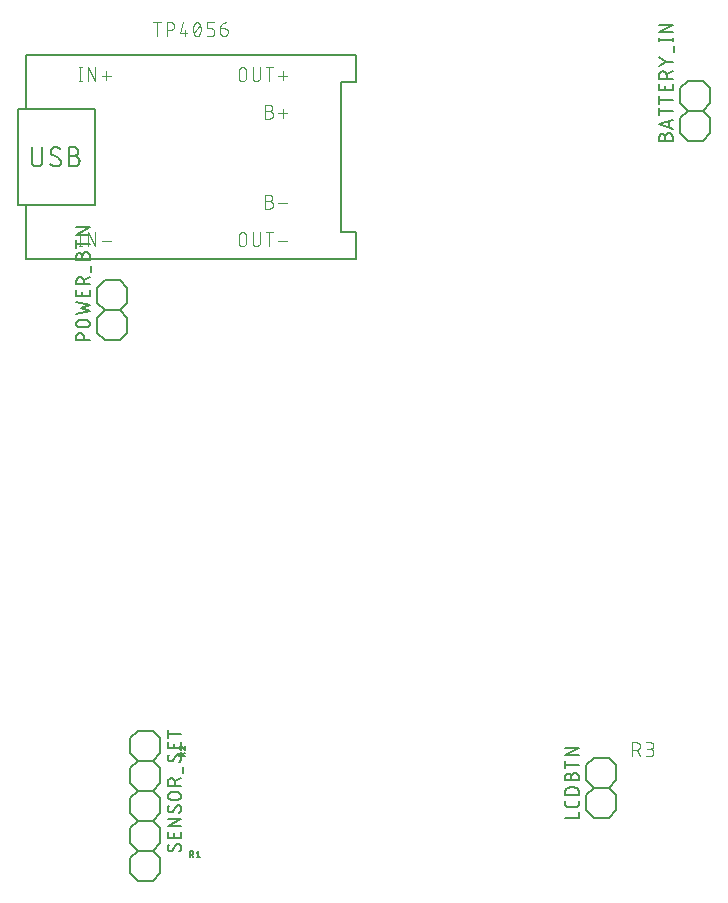
<source format=gbr>
G04 EAGLE Gerber X2 export*
%TF.Part,Single*%
%TF.FileFunction,Legend,Top,1*%
%TF.FilePolarity,Positive*%
%TF.GenerationSoftware,Autodesk,EAGLE,9.1.1*%
%TF.CreationDate,2018-09-05T07:54:37Z*%
G75*
%MOMM*%
%FSLAX34Y34*%
%LPD*%
%AMOC8*
5,1,8,0,0,1.08239X$1,22.5*%
G01*
%ADD10C,0.152400*%
%ADD11C,0.127000*%
%ADD12C,0.101600*%


D10*
X555000Y832650D02*
X555000Y845350D01*
X561350Y851700D01*
X574050Y851700D01*
X580400Y845350D01*
X574050Y826300D02*
X561350Y826300D01*
X555000Y832650D01*
X574050Y826300D02*
X580400Y832650D01*
X580400Y845350D01*
X561350Y851700D02*
X555000Y858050D01*
X555000Y870750D01*
X561350Y877100D01*
X574050Y877100D01*
X580400Y870750D01*
X580400Y858050D01*
X574050Y851700D01*
D11*
X542427Y829348D02*
X542427Y826173D01*
X542427Y829348D02*
X542429Y829459D01*
X542435Y829569D01*
X542444Y829680D01*
X542458Y829790D01*
X542475Y829899D01*
X542496Y830008D01*
X542521Y830116D01*
X542550Y830223D01*
X542582Y830329D01*
X542618Y830434D01*
X542658Y830537D01*
X542701Y830639D01*
X542748Y830740D01*
X542799Y830839D01*
X542852Y830936D01*
X542909Y831030D01*
X542970Y831123D01*
X543033Y831214D01*
X543100Y831303D01*
X543170Y831389D01*
X543243Y831472D01*
X543318Y831554D01*
X543396Y831632D01*
X543478Y831707D01*
X543561Y831780D01*
X543647Y831850D01*
X543736Y831917D01*
X543827Y831980D01*
X543920Y832041D01*
X544015Y832098D01*
X544111Y832151D01*
X544210Y832202D01*
X544311Y832249D01*
X544413Y832292D01*
X544516Y832332D01*
X544621Y832368D01*
X544727Y832400D01*
X544834Y832429D01*
X544942Y832454D01*
X545051Y832475D01*
X545160Y832492D01*
X545270Y832506D01*
X545381Y832515D01*
X545491Y832521D01*
X545602Y832523D01*
X545713Y832521D01*
X545823Y832515D01*
X545934Y832506D01*
X546044Y832492D01*
X546153Y832475D01*
X546262Y832454D01*
X546370Y832429D01*
X546477Y832400D01*
X546583Y832368D01*
X546688Y832332D01*
X546791Y832292D01*
X546893Y832249D01*
X546994Y832202D01*
X547093Y832151D01*
X547190Y832098D01*
X547284Y832041D01*
X547377Y831980D01*
X547468Y831917D01*
X547557Y831850D01*
X547643Y831780D01*
X547726Y831707D01*
X547808Y831632D01*
X547886Y831554D01*
X547961Y831472D01*
X548034Y831389D01*
X548104Y831303D01*
X548171Y831214D01*
X548234Y831123D01*
X548295Y831030D01*
X548352Y830936D01*
X548405Y830839D01*
X548456Y830740D01*
X548503Y830639D01*
X548546Y830537D01*
X548586Y830434D01*
X548622Y830329D01*
X548654Y830223D01*
X548683Y830116D01*
X548708Y830008D01*
X548729Y829899D01*
X548746Y829790D01*
X548760Y829680D01*
X548769Y829569D01*
X548775Y829459D01*
X548777Y829348D01*
X548777Y826173D01*
X537347Y826173D01*
X537347Y829348D01*
X537349Y829448D01*
X537355Y829547D01*
X537365Y829647D01*
X537378Y829745D01*
X537396Y829844D01*
X537417Y829941D01*
X537442Y830037D01*
X537471Y830133D01*
X537504Y830227D01*
X537540Y830320D01*
X537580Y830411D01*
X537624Y830501D01*
X537671Y830589D01*
X537721Y830675D01*
X537775Y830759D01*
X537832Y830841D01*
X537892Y830920D01*
X537956Y830998D01*
X538022Y831072D01*
X538091Y831144D01*
X538163Y831213D01*
X538237Y831279D01*
X538315Y831343D01*
X538394Y831403D01*
X538476Y831460D01*
X538560Y831514D01*
X538646Y831564D01*
X538734Y831611D01*
X538824Y831655D01*
X538915Y831695D01*
X539008Y831731D01*
X539102Y831764D01*
X539198Y831793D01*
X539294Y831818D01*
X539391Y831839D01*
X539490Y831857D01*
X539588Y831870D01*
X539688Y831880D01*
X539787Y831886D01*
X539887Y831888D01*
X539987Y831886D01*
X540086Y831880D01*
X540186Y831870D01*
X540284Y831857D01*
X540383Y831839D01*
X540480Y831818D01*
X540576Y831793D01*
X540672Y831764D01*
X540766Y831731D01*
X540859Y831695D01*
X540950Y831655D01*
X541040Y831611D01*
X541128Y831564D01*
X541214Y831514D01*
X541298Y831460D01*
X541380Y831403D01*
X541459Y831343D01*
X541537Y831279D01*
X541611Y831213D01*
X541683Y831144D01*
X541752Y831072D01*
X541818Y830998D01*
X541882Y830920D01*
X541942Y830841D01*
X541999Y830759D01*
X542053Y830675D01*
X542103Y830589D01*
X542150Y830501D01*
X542194Y830411D01*
X542234Y830320D01*
X542270Y830227D01*
X542303Y830133D01*
X542332Y830037D01*
X542357Y829941D01*
X542378Y829844D01*
X542396Y829745D01*
X542409Y829647D01*
X542419Y829547D01*
X542425Y829448D01*
X542427Y829348D01*
X548777Y836397D02*
X537347Y840207D01*
X548777Y844017D01*
X545920Y843064D02*
X545920Y837349D01*
X548777Y850875D02*
X537347Y850875D01*
X537347Y847700D02*
X537347Y854050D01*
X537347Y860781D02*
X548777Y860781D01*
X537347Y857606D02*
X537347Y863956D01*
X548777Y868680D02*
X548777Y873760D01*
X548777Y868680D02*
X537347Y868680D01*
X537347Y873760D01*
X542427Y872490D02*
X542427Y868680D01*
X537347Y878643D02*
X548777Y878643D01*
X537347Y878643D02*
X537347Y881818D01*
X537349Y881929D01*
X537355Y882039D01*
X537364Y882150D01*
X537378Y882260D01*
X537395Y882369D01*
X537416Y882478D01*
X537441Y882586D01*
X537470Y882693D01*
X537502Y882799D01*
X537538Y882904D01*
X537578Y883007D01*
X537621Y883109D01*
X537668Y883210D01*
X537719Y883309D01*
X537772Y883406D01*
X537829Y883500D01*
X537890Y883593D01*
X537953Y883684D01*
X538020Y883773D01*
X538090Y883859D01*
X538163Y883942D01*
X538238Y884024D01*
X538316Y884102D01*
X538398Y884177D01*
X538481Y884250D01*
X538567Y884320D01*
X538656Y884387D01*
X538747Y884450D01*
X538840Y884511D01*
X538935Y884568D01*
X539031Y884621D01*
X539130Y884672D01*
X539231Y884719D01*
X539333Y884762D01*
X539436Y884802D01*
X539541Y884838D01*
X539647Y884870D01*
X539754Y884899D01*
X539862Y884924D01*
X539971Y884945D01*
X540080Y884962D01*
X540190Y884976D01*
X540301Y884985D01*
X540411Y884991D01*
X540522Y884993D01*
X540633Y884991D01*
X540743Y884985D01*
X540854Y884976D01*
X540964Y884962D01*
X541073Y884945D01*
X541182Y884924D01*
X541290Y884899D01*
X541397Y884870D01*
X541503Y884838D01*
X541608Y884802D01*
X541711Y884762D01*
X541813Y884719D01*
X541914Y884672D01*
X542013Y884621D01*
X542110Y884568D01*
X542204Y884511D01*
X542297Y884450D01*
X542388Y884387D01*
X542477Y884320D01*
X542563Y884250D01*
X542646Y884177D01*
X542728Y884102D01*
X542806Y884024D01*
X542881Y883942D01*
X542954Y883859D01*
X543024Y883773D01*
X543091Y883684D01*
X543154Y883593D01*
X543215Y883500D01*
X543272Y883406D01*
X543325Y883309D01*
X543376Y883210D01*
X543423Y883109D01*
X543466Y883007D01*
X543506Y882904D01*
X543542Y882799D01*
X543574Y882693D01*
X543603Y882586D01*
X543628Y882478D01*
X543649Y882369D01*
X543666Y882260D01*
X543680Y882150D01*
X543689Y882039D01*
X543695Y881929D01*
X543697Y881818D01*
X543697Y878643D01*
X543697Y882453D02*
X548777Y884993D01*
X542745Y893165D02*
X537347Y889355D01*
X542745Y893165D02*
X537347Y896975D01*
X542745Y893165D02*
X548777Y893165D01*
X550047Y900912D02*
X550047Y905992D01*
X548777Y911453D02*
X537347Y911453D01*
X548777Y910183D02*
X548777Y912723D01*
X537347Y912723D02*
X537347Y910183D01*
X537347Y917803D02*
X548777Y917803D01*
X548777Y924153D02*
X537347Y917803D01*
X537347Y924153D02*
X548777Y924153D01*
D10*
X115000Y244150D02*
X115000Y231450D01*
X108650Y225100D01*
X95950Y225100D01*
X89600Y231450D01*
X115000Y269550D02*
X108650Y275900D01*
X115000Y269550D02*
X115000Y256850D01*
X108650Y250500D01*
X95950Y250500D01*
X89600Y256850D01*
X89600Y269550D01*
X95950Y275900D01*
X108650Y250500D02*
X115000Y244150D01*
X95950Y250500D02*
X89600Y244150D01*
X89600Y231450D01*
X115000Y307650D02*
X115000Y320350D01*
X115000Y307650D02*
X108650Y301300D01*
X95950Y301300D01*
X89600Y307650D01*
X108650Y301300D02*
X115000Y294950D01*
X115000Y282250D01*
X108650Y275900D01*
X95950Y275900D01*
X89600Y282250D01*
X89600Y294950D01*
X95950Y301300D01*
X95950Y326700D02*
X108650Y326700D01*
X115000Y320350D01*
X95950Y326700D02*
X89600Y320350D01*
X89600Y307650D01*
X115000Y218750D02*
X115000Y206050D01*
X108650Y199700D01*
X95950Y199700D01*
X89600Y206050D01*
X108650Y225100D02*
X115000Y218750D01*
X95950Y225100D02*
X89600Y218750D01*
X89600Y206050D01*
D11*
X130113Y230815D02*
X130213Y230813D01*
X130312Y230807D01*
X130412Y230797D01*
X130510Y230784D01*
X130609Y230766D01*
X130706Y230745D01*
X130802Y230720D01*
X130898Y230691D01*
X130992Y230658D01*
X131085Y230622D01*
X131176Y230582D01*
X131266Y230538D01*
X131354Y230491D01*
X131440Y230441D01*
X131524Y230387D01*
X131606Y230330D01*
X131685Y230270D01*
X131763Y230206D01*
X131837Y230140D01*
X131909Y230071D01*
X131978Y229999D01*
X132044Y229925D01*
X132108Y229847D01*
X132168Y229768D01*
X132225Y229686D01*
X132279Y229602D01*
X132329Y229516D01*
X132376Y229428D01*
X132420Y229338D01*
X132460Y229247D01*
X132496Y229154D01*
X132529Y229060D01*
X132558Y228964D01*
X132583Y228868D01*
X132604Y228771D01*
X132622Y228672D01*
X132635Y228574D01*
X132645Y228474D01*
X132651Y228375D01*
X132653Y228275D01*
X132651Y228134D01*
X132646Y227993D01*
X132636Y227852D01*
X132623Y227711D01*
X132607Y227571D01*
X132586Y227431D01*
X132562Y227292D01*
X132534Y227153D01*
X132503Y227016D01*
X132468Y226879D01*
X132430Y226743D01*
X132388Y226608D01*
X132342Y226475D01*
X132293Y226342D01*
X132240Y226211D01*
X132184Y226082D01*
X132125Y225953D01*
X132062Y225827D01*
X131996Y225702D01*
X131927Y225579D01*
X131854Y225458D01*
X131778Y225339D01*
X131699Y225221D01*
X131618Y225106D01*
X131533Y224994D01*
X131445Y224883D01*
X131354Y224775D01*
X131261Y224669D01*
X131164Y224566D01*
X131065Y224465D01*
X123763Y224783D02*
X123663Y224785D01*
X123564Y224791D01*
X123464Y224801D01*
X123366Y224814D01*
X123267Y224832D01*
X123170Y224853D01*
X123074Y224878D01*
X122978Y224907D01*
X122884Y224940D01*
X122791Y224976D01*
X122700Y225016D01*
X122610Y225060D01*
X122522Y225107D01*
X122436Y225157D01*
X122352Y225211D01*
X122270Y225268D01*
X122191Y225328D01*
X122113Y225392D01*
X122039Y225458D01*
X121967Y225527D01*
X121898Y225599D01*
X121832Y225673D01*
X121768Y225751D01*
X121708Y225830D01*
X121651Y225912D01*
X121597Y225996D01*
X121547Y226082D01*
X121500Y226170D01*
X121456Y226260D01*
X121416Y226351D01*
X121380Y226444D01*
X121347Y226538D01*
X121318Y226634D01*
X121293Y226730D01*
X121272Y226827D01*
X121254Y226926D01*
X121241Y227024D01*
X121231Y227124D01*
X121225Y227223D01*
X121223Y227323D01*
X121225Y227456D01*
X121230Y227589D01*
X121240Y227722D01*
X121253Y227855D01*
X121270Y227987D01*
X121290Y228119D01*
X121314Y228250D01*
X121342Y228380D01*
X121373Y228510D01*
X121408Y228638D01*
X121447Y228766D01*
X121489Y228892D01*
X121535Y229017D01*
X121584Y229141D01*
X121636Y229264D01*
X121692Y229385D01*
X121752Y229504D01*
X121814Y229622D01*
X121880Y229737D01*
X121949Y229851D01*
X122022Y229963D01*
X122097Y230073D01*
X122176Y230181D01*
X125986Y226052D02*
X125934Y225968D01*
X125879Y225885D01*
X125820Y225805D01*
X125759Y225727D01*
X125695Y225652D01*
X125627Y225579D01*
X125557Y225508D01*
X125485Y225441D01*
X125410Y225376D01*
X125332Y225314D01*
X125252Y225255D01*
X125170Y225199D01*
X125086Y225147D01*
X125000Y225098D01*
X124912Y225052D01*
X124822Y225009D01*
X124731Y224970D01*
X124638Y224935D01*
X124544Y224903D01*
X124449Y224875D01*
X124353Y224850D01*
X124256Y224830D01*
X124158Y224812D01*
X124060Y224799D01*
X123961Y224790D01*
X123862Y224784D01*
X123763Y224782D01*
X127890Y229545D02*
X127942Y229629D01*
X127997Y229712D01*
X128056Y229792D01*
X128117Y229870D01*
X128181Y229945D01*
X128249Y230018D01*
X128319Y230089D01*
X128391Y230156D01*
X128466Y230221D01*
X128544Y230283D01*
X128624Y230342D01*
X128706Y230398D01*
X128790Y230450D01*
X128876Y230499D01*
X128964Y230545D01*
X129054Y230588D01*
X129145Y230627D01*
X129238Y230662D01*
X129332Y230694D01*
X129427Y230722D01*
X129523Y230747D01*
X129620Y230767D01*
X129718Y230785D01*
X129816Y230798D01*
X129915Y230807D01*
X130014Y230813D01*
X130113Y230815D01*
X127891Y229545D02*
X125986Y226053D01*
X132653Y235920D02*
X132653Y241000D01*
X132653Y235920D02*
X121223Y235920D01*
X121223Y241000D01*
X126303Y239730D02*
X126303Y235920D01*
X121223Y245801D02*
X132653Y245801D01*
X132653Y252151D02*
X121223Y245801D01*
X121223Y252151D02*
X132653Y252151D01*
X132653Y261041D02*
X132651Y261141D01*
X132645Y261240D01*
X132635Y261340D01*
X132622Y261438D01*
X132604Y261537D01*
X132583Y261634D01*
X132558Y261730D01*
X132529Y261826D01*
X132496Y261920D01*
X132460Y262013D01*
X132420Y262104D01*
X132376Y262194D01*
X132329Y262282D01*
X132279Y262368D01*
X132225Y262452D01*
X132168Y262534D01*
X132108Y262613D01*
X132044Y262691D01*
X131978Y262765D01*
X131909Y262837D01*
X131837Y262906D01*
X131763Y262972D01*
X131685Y263036D01*
X131606Y263096D01*
X131524Y263153D01*
X131440Y263207D01*
X131354Y263257D01*
X131266Y263304D01*
X131176Y263348D01*
X131085Y263388D01*
X130992Y263424D01*
X130898Y263457D01*
X130802Y263486D01*
X130706Y263511D01*
X130609Y263532D01*
X130510Y263550D01*
X130412Y263563D01*
X130312Y263573D01*
X130213Y263579D01*
X130113Y263581D01*
X132653Y261041D02*
X132651Y260900D01*
X132646Y260759D01*
X132636Y260618D01*
X132623Y260477D01*
X132607Y260337D01*
X132586Y260197D01*
X132562Y260058D01*
X132534Y259919D01*
X132503Y259782D01*
X132468Y259645D01*
X132430Y259509D01*
X132388Y259374D01*
X132342Y259241D01*
X132293Y259108D01*
X132240Y258977D01*
X132184Y258848D01*
X132125Y258719D01*
X132062Y258593D01*
X131996Y258468D01*
X131927Y258345D01*
X131854Y258224D01*
X131778Y258105D01*
X131699Y257987D01*
X131618Y257872D01*
X131533Y257760D01*
X131445Y257649D01*
X131354Y257541D01*
X131261Y257435D01*
X131164Y257332D01*
X131065Y257231D01*
X123763Y257549D02*
X123663Y257551D01*
X123564Y257557D01*
X123464Y257567D01*
X123366Y257580D01*
X123267Y257598D01*
X123170Y257619D01*
X123074Y257644D01*
X122978Y257673D01*
X122884Y257706D01*
X122791Y257742D01*
X122700Y257782D01*
X122610Y257826D01*
X122522Y257873D01*
X122436Y257923D01*
X122352Y257977D01*
X122270Y258034D01*
X122191Y258094D01*
X122113Y258158D01*
X122039Y258224D01*
X121967Y258293D01*
X121898Y258365D01*
X121832Y258439D01*
X121768Y258517D01*
X121708Y258596D01*
X121651Y258678D01*
X121597Y258762D01*
X121547Y258848D01*
X121500Y258936D01*
X121456Y259026D01*
X121416Y259117D01*
X121380Y259210D01*
X121347Y259304D01*
X121318Y259400D01*
X121293Y259496D01*
X121272Y259593D01*
X121254Y259692D01*
X121241Y259790D01*
X121231Y259890D01*
X121225Y259989D01*
X121223Y260089D01*
X121225Y260222D01*
X121230Y260355D01*
X121240Y260488D01*
X121253Y260621D01*
X121270Y260753D01*
X121290Y260885D01*
X121314Y261016D01*
X121342Y261146D01*
X121373Y261276D01*
X121408Y261404D01*
X121447Y261532D01*
X121489Y261658D01*
X121535Y261783D01*
X121584Y261907D01*
X121636Y262030D01*
X121692Y262151D01*
X121752Y262270D01*
X121814Y262388D01*
X121880Y262503D01*
X121949Y262617D01*
X122022Y262729D01*
X122097Y262839D01*
X122176Y262947D01*
X125986Y258818D02*
X125934Y258734D01*
X125879Y258651D01*
X125820Y258571D01*
X125759Y258493D01*
X125695Y258418D01*
X125627Y258345D01*
X125557Y258274D01*
X125485Y258207D01*
X125410Y258142D01*
X125332Y258080D01*
X125252Y258021D01*
X125170Y257965D01*
X125086Y257913D01*
X125000Y257864D01*
X124912Y257818D01*
X124822Y257775D01*
X124731Y257736D01*
X124638Y257701D01*
X124544Y257669D01*
X124449Y257641D01*
X124353Y257616D01*
X124256Y257596D01*
X124158Y257578D01*
X124060Y257565D01*
X123961Y257556D01*
X123862Y257550D01*
X123763Y257548D01*
X127890Y262311D02*
X127942Y262395D01*
X127997Y262478D01*
X128056Y262558D01*
X128117Y262636D01*
X128181Y262711D01*
X128249Y262784D01*
X128319Y262855D01*
X128391Y262922D01*
X128466Y262987D01*
X128544Y263049D01*
X128624Y263108D01*
X128706Y263164D01*
X128790Y263216D01*
X128876Y263265D01*
X128964Y263311D01*
X129054Y263354D01*
X129145Y263393D01*
X129238Y263428D01*
X129332Y263460D01*
X129427Y263488D01*
X129523Y263513D01*
X129620Y263533D01*
X129718Y263551D01*
X129816Y263564D01*
X129915Y263573D01*
X130014Y263579D01*
X130113Y263581D01*
X127891Y262311D02*
X125986Y258819D01*
X124398Y268280D02*
X129478Y268280D01*
X124398Y268280D02*
X124287Y268282D01*
X124177Y268288D01*
X124066Y268297D01*
X123956Y268311D01*
X123847Y268328D01*
X123738Y268349D01*
X123630Y268374D01*
X123523Y268403D01*
X123417Y268435D01*
X123312Y268471D01*
X123209Y268511D01*
X123107Y268554D01*
X123006Y268601D01*
X122907Y268652D01*
X122811Y268705D01*
X122716Y268762D01*
X122623Y268823D01*
X122532Y268886D01*
X122443Y268953D01*
X122357Y269023D01*
X122274Y269096D01*
X122192Y269171D01*
X122114Y269249D01*
X122039Y269331D01*
X121966Y269414D01*
X121896Y269500D01*
X121829Y269589D01*
X121766Y269680D01*
X121705Y269773D01*
X121648Y269868D01*
X121595Y269964D01*
X121544Y270063D01*
X121497Y270164D01*
X121454Y270266D01*
X121414Y270369D01*
X121378Y270474D01*
X121346Y270580D01*
X121317Y270687D01*
X121292Y270795D01*
X121271Y270904D01*
X121254Y271013D01*
X121240Y271123D01*
X121231Y271234D01*
X121225Y271344D01*
X121223Y271455D01*
X121225Y271566D01*
X121231Y271676D01*
X121240Y271787D01*
X121254Y271897D01*
X121271Y272006D01*
X121292Y272115D01*
X121317Y272223D01*
X121346Y272330D01*
X121378Y272436D01*
X121414Y272541D01*
X121454Y272644D01*
X121497Y272746D01*
X121544Y272847D01*
X121595Y272946D01*
X121648Y273043D01*
X121705Y273137D01*
X121766Y273230D01*
X121829Y273321D01*
X121896Y273410D01*
X121966Y273496D01*
X122039Y273579D01*
X122114Y273661D01*
X122192Y273739D01*
X122274Y273814D01*
X122357Y273887D01*
X122443Y273957D01*
X122532Y274024D01*
X122623Y274087D01*
X122716Y274148D01*
X122811Y274205D01*
X122907Y274258D01*
X123006Y274309D01*
X123107Y274356D01*
X123209Y274399D01*
X123312Y274439D01*
X123417Y274475D01*
X123523Y274507D01*
X123630Y274536D01*
X123738Y274561D01*
X123847Y274582D01*
X123956Y274599D01*
X124066Y274613D01*
X124177Y274622D01*
X124287Y274628D01*
X124398Y274630D01*
X129478Y274630D01*
X129589Y274628D01*
X129699Y274622D01*
X129810Y274613D01*
X129920Y274599D01*
X130029Y274582D01*
X130138Y274561D01*
X130246Y274536D01*
X130353Y274507D01*
X130459Y274475D01*
X130564Y274439D01*
X130667Y274399D01*
X130769Y274356D01*
X130870Y274309D01*
X130969Y274258D01*
X131066Y274205D01*
X131160Y274148D01*
X131253Y274087D01*
X131344Y274024D01*
X131433Y273957D01*
X131519Y273887D01*
X131602Y273814D01*
X131684Y273739D01*
X131762Y273661D01*
X131837Y273579D01*
X131910Y273496D01*
X131980Y273410D01*
X132047Y273321D01*
X132110Y273230D01*
X132171Y273137D01*
X132228Y273042D01*
X132281Y272946D01*
X132332Y272847D01*
X132379Y272746D01*
X132422Y272644D01*
X132462Y272541D01*
X132498Y272436D01*
X132530Y272330D01*
X132559Y272223D01*
X132584Y272115D01*
X132605Y272006D01*
X132622Y271897D01*
X132636Y271787D01*
X132645Y271676D01*
X132651Y271566D01*
X132653Y271455D01*
X132651Y271344D01*
X132645Y271234D01*
X132636Y271123D01*
X132622Y271013D01*
X132605Y270904D01*
X132584Y270795D01*
X132559Y270687D01*
X132530Y270580D01*
X132498Y270474D01*
X132462Y270369D01*
X132422Y270266D01*
X132379Y270164D01*
X132332Y270063D01*
X132281Y269964D01*
X132228Y269867D01*
X132171Y269773D01*
X132110Y269680D01*
X132047Y269589D01*
X131980Y269500D01*
X131910Y269414D01*
X131837Y269331D01*
X131762Y269249D01*
X131684Y269171D01*
X131602Y269096D01*
X131519Y269023D01*
X131433Y268953D01*
X131344Y268886D01*
X131253Y268823D01*
X131160Y268762D01*
X131065Y268705D01*
X130969Y268652D01*
X130870Y268601D01*
X130769Y268554D01*
X130667Y268511D01*
X130564Y268471D01*
X130459Y268435D01*
X130353Y268403D01*
X130246Y268374D01*
X130138Y268349D01*
X130029Y268328D01*
X129920Y268311D01*
X129810Y268297D01*
X129699Y268288D01*
X129589Y268282D01*
X129478Y268280D01*
X132653Y280174D02*
X121223Y280174D01*
X121223Y283349D01*
X121225Y283460D01*
X121231Y283570D01*
X121240Y283681D01*
X121254Y283791D01*
X121271Y283900D01*
X121292Y284009D01*
X121317Y284117D01*
X121346Y284224D01*
X121378Y284330D01*
X121414Y284435D01*
X121454Y284538D01*
X121497Y284640D01*
X121544Y284741D01*
X121595Y284840D01*
X121648Y284937D01*
X121705Y285031D01*
X121766Y285124D01*
X121829Y285215D01*
X121896Y285304D01*
X121966Y285390D01*
X122039Y285473D01*
X122114Y285555D01*
X122192Y285633D01*
X122274Y285708D01*
X122357Y285781D01*
X122443Y285851D01*
X122532Y285918D01*
X122623Y285981D01*
X122716Y286042D01*
X122811Y286099D01*
X122907Y286152D01*
X123006Y286203D01*
X123107Y286250D01*
X123209Y286293D01*
X123312Y286333D01*
X123417Y286369D01*
X123523Y286401D01*
X123630Y286430D01*
X123738Y286455D01*
X123847Y286476D01*
X123956Y286493D01*
X124066Y286507D01*
X124177Y286516D01*
X124287Y286522D01*
X124398Y286524D01*
X124509Y286522D01*
X124619Y286516D01*
X124730Y286507D01*
X124840Y286493D01*
X124949Y286476D01*
X125058Y286455D01*
X125166Y286430D01*
X125273Y286401D01*
X125379Y286369D01*
X125484Y286333D01*
X125587Y286293D01*
X125689Y286250D01*
X125790Y286203D01*
X125889Y286152D01*
X125986Y286099D01*
X126080Y286042D01*
X126173Y285981D01*
X126264Y285918D01*
X126353Y285851D01*
X126439Y285781D01*
X126522Y285708D01*
X126604Y285633D01*
X126682Y285555D01*
X126757Y285473D01*
X126830Y285390D01*
X126900Y285304D01*
X126967Y285215D01*
X127030Y285124D01*
X127091Y285031D01*
X127148Y284937D01*
X127201Y284840D01*
X127252Y284741D01*
X127299Y284640D01*
X127342Y284538D01*
X127382Y284435D01*
X127418Y284330D01*
X127450Y284224D01*
X127479Y284117D01*
X127504Y284009D01*
X127525Y283900D01*
X127542Y283791D01*
X127556Y283681D01*
X127565Y283570D01*
X127571Y283460D01*
X127573Y283349D01*
X127573Y280174D01*
X127573Y283984D02*
X132653Y286524D01*
X133923Y291013D02*
X133923Y296093D01*
X132653Y304094D02*
X132651Y304194D01*
X132645Y304293D01*
X132635Y304393D01*
X132622Y304491D01*
X132604Y304590D01*
X132583Y304687D01*
X132558Y304783D01*
X132529Y304879D01*
X132496Y304973D01*
X132460Y305066D01*
X132420Y305157D01*
X132376Y305247D01*
X132329Y305335D01*
X132279Y305421D01*
X132225Y305505D01*
X132168Y305587D01*
X132108Y305666D01*
X132044Y305744D01*
X131978Y305818D01*
X131909Y305890D01*
X131837Y305959D01*
X131763Y306025D01*
X131685Y306089D01*
X131606Y306149D01*
X131524Y306206D01*
X131440Y306260D01*
X131354Y306310D01*
X131266Y306357D01*
X131176Y306401D01*
X131085Y306441D01*
X130992Y306477D01*
X130898Y306510D01*
X130802Y306539D01*
X130706Y306564D01*
X130609Y306585D01*
X130510Y306603D01*
X130412Y306616D01*
X130312Y306626D01*
X130213Y306632D01*
X130113Y306634D01*
X132653Y304094D02*
X132651Y303953D01*
X132646Y303812D01*
X132636Y303671D01*
X132623Y303530D01*
X132607Y303390D01*
X132586Y303250D01*
X132562Y303111D01*
X132534Y302972D01*
X132503Y302835D01*
X132468Y302698D01*
X132430Y302562D01*
X132388Y302427D01*
X132342Y302294D01*
X132293Y302161D01*
X132240Y302030D01*
X132184Y301901D01*
X132125Y301772D01*
X132062Y301646D01*
X131996Y301521D01*
X131927Y301398D01*
X131854Y301277D01*
X131778Y301158D01*
X131699Y301040D01*
X131618Y300925D01*
X131533Y300813D01*
X131445Y300702D01*
X131354Y300594D01*
X131261Y300488D01*
X131164Y300385D01*
X131065Y300284D01*
X123763Y300602D02*
X123663Y300604D01*
X123564Y300610D01*
X123464Y300620D01*
X123366Y300633D01*
X123267Y300651D01*
X123170Y300672D01*
X123074Y300697D01*
X122978Y300726D01*
X122884Y300759D01*
X122791Y300795D01*
X122700Y300835D01*
X122610Y300879D01*
X122522Y300926D01*
X122436Y300976D01*
X122352Y301030D01*
X122270Y301087D01*
X122191Y301147D01*
X122113Y301211D01*
X122039Y301277D01*
X121967Y301346D01*
X121898Y301418D01*
X121832Y301492D01*
X121768Y301570D01*
X121708Y301649D01*
X121651Y301731D01*
X121597Y301815D01*
X121547Y301901D01*
X121500Y301989D01*
X121456Y302079D01*
X121416Y302170D01*
X121380Y302263D01*
X121347Y302357D01*
X121318Y302453D01*
X121293Y302549D01*
X121272Y302646D01*
X121254Y302745D01*
X121241Y302843D01*
X121231Y302943D01*
X121225Y303042D01*
X121223Y303142D01*
X121225Y303275D01*
X121230Y303408D01*
X121240Y303541D01*
X121253Y303674D01*
X121270Y303806D01*
X121290Y303938D01*
X121314Y304069D01*
X121342Y304199D01*
X121373Y304329D01*
X121408Y304457D01*
X121447Y304585D01*
X121489Y304711D01*
X121535Y304836D01*
X121584Y304960D01*
X121636Y305083D01*
X121692Y305204D01*
X121752Y305323D01*
X121814Y305441D01*
X121880Y305556D01*
X121949Y305670D01*
X122022Y305782D01*
X122097Y305892D01*
X122176Y306000D01*
X125986Y301871D02*
X125934Y301787D01*
X125879Y301704D01*
X125820Y301624D01*
X125759Y301546D01*
X125695Y301471D01*
X125627Y301398D01*
X125557Y301327D01*
X125485Y301260D01*
X125410Y301195D01*
X125332Y301133D01*
X125252Y301074D01*
X125170Y301018D01*
X125086Y300966D01*
X125000Y300917D01*
X124912Y300871D01*
X124822Y300828D01*
X124731Y300789D01*
X124638Y300754D01*
X124544Y300722D01*
X124449Y300694D01*
X124353Y300669D01*
X124256Y300649D01*
X124158Y300631D01*
X124060Y300618D01*
X123961Y300609D01*
X123862Y300603D01*
X123763Y300601D01*
X127890Y305364D02*
X127942Y305448D01*
X127997Y305531D01*
X128056Y305611D01*
X128117Y305689D01*
X128181Y305764D01*
X128249Y305837D01*
X128319Y305908D01*
X128391Y305975D01*
X128466Y306040D01*
X128544Y306102D01*
X128624Y306161D01*
X128706Y306217D01*
X128790Y306269D01*
X128876Y306318D01*
X128964Y306364D01*
X129054Y306407D01*
X129145Y306446D01*
X129238Y306481D01*
X129332Y306513D01*
X129427Y306541D01*
X129523Y306566D01*
X129620Y306586D01*
X129718Y306604D01*
X129816Y306617D01*
X129915Y306626D01*
X130014Y306632D01*
X130113Y306634D01*
X127891Y305364D02*
X125986Y301872D01*
X132653Y311739D02*
X132653Y316819D01*
X132653Y311739D02*
X121223Y311739D01*
X121223Y316819D01*
X126303Y315549D02*
X126303Y311739D01*
X121223Y323652D02*
X132653Y323652D01*
X121223Y320477D02*
X121223Y326827D01*
D10*
X475500Y271950D02*
X475500Y259250D01*
X475500Y271950D02*
X481850Y278300D01*
X494550Y278300D01*
X500900Y271950D01*
X494550Y252900D02*
X481850Y252900D01*
X475500Y259250D01*
X494550Y252900D02*
X500900Y259250D01*
X500900Y271950D01*
X481850Y278300D02*
X475500Y284650D01*
X475500Y297350D01*
X481850Y303700D01*
X494550Y303700D01*
X500900Y297350D01*
X500900Y284650D01*
X494550Y278300D01*
D11*
X469277Y252773D02*
X457847Y252773D01*
X469277Y252773D02*
X469277Y257853D01*
X469277Y264775D02*
X469277Y267315D01*
X469277Y264775D02*
X469275Y264675D01*
X469269Y264576D01*
X469259Y264476D01*
X469246Y264378D01*
X469228Y264279D01*
X469207Y264182D01*
X469182Y264086D01*
X469153Y263990D01*
X469120Y263896D01*
X469084Y263803D01*
X469044Y263712D01*
X469000Y263622D01*
X468953Y263534D01*
X468903Y263448D01*
X468849Y263364D01*
X468792Y263282D01*
X468732Y263203D01*
X468668Y263125D01*
X468602Y263051D01*
X468533Y262979D01*
X468461Y262910D01*
X468387Y262844D01*
X468309Y262780D01*
X468230Y262720D01*
X468148Y262663D01*
X468064Y262609D01*
X467978Y262559D01*
X467890Y262512D01*
X467800Y262468D01*
X467709Y262428D01*
X467616Y262392D01*
X467522Y262359D01*
X467426Y262330D01*
X467330Y262305D01*
X467233Y262284D01*
X467134Y262266D01*
X467036Y262253D01*
X466936Y262243D01*
X466837Y262237D01*
X466737Y262235D01*
X460387Y262235D01*
X460287Y262237D01*
X460188Y262243D01*
X460088Y262253D01*
X459990Y262266D01*
X459891Y262284D01*
X459794Y262305D01*
X459698Y262330D01*
X459602Y262359D01*
X459508Y262392D01*
X459415Y262428D01*
X459324Y262468D01*
X459234Y262512D01*
X459146Y262559D01*
X459060Y262609D01*
X458976Y262663D01*
X458894Y262720D01*
X458815Y262780D01*
X458737Y262844D01*
X458663Y262910D01*
X458591Y262979D01*
X458522Y263051D01*
X458456Y263125D01*
X458392Y263203D01*
X458332Y263282D01*
X458275Y263364D01*
X458221Y263448D01*
X458171Y263534D01*
X458124Y263622D01*
X458080Y263712D01*
X458040Y263803D01*
X458004Y263896D01*
X457971Y263990D01*
X457942Y264086D01*
X457917Y264182D01*
X457896Y264279D01*
X457878Y264378D01*
X457865Y264476D01*
X457855Y264576D01*
X457849Y264675D01*
X457847Y264775D01*
X457847Y267315D01*
X457847Y272179D02*
X469277Y272179D01*
X457847Y272179D02*
X457847Y275354D01*
X457849Y275465D01*
X457855Y275575D01*
X457864Y275686D01*
X457878Y275796D01*
X457895Y275905D01*
X457916Y276014D01*
X457941Y276122D01*
X457970Y276229D01*
X458002Y276335D01*
X458038Y276440D01*
X458078Y276543D01*
X458121Y276645D01*
X458168Y276746D01*
X458219Y276845D01*
X458272Y276942D01*
X458329Y277036D01*
X458390Y277129D01*
X458453Y277220D01*
X458520Y277309D01*
X458590Y277395D01*
X458663Y277478D01*
X458738Y277560D01*
X458816Y277638D01*
X458898Y277713D01*
X458981Y277786D01*
X459067Y277856D01*
X459156Y277923D01*
X459247Y277986D01*
X459340Y278047D01*
X459435Y278104D01*
X459531Y278157D01*
X459630Y278208D01*
X459731Y278255D01*
X459833Y278298D01*
X459936Y278338D01*
X460041Y278374D01*
X460147Y278406D01*
X460254Y278435D01*
X460362Y278460D01*
X460471Y278481D01*
X460580Y278498D01*
X460690Y278512D01*
X460801Y278521D01*
X460911Y278527D01*
X461022Y278529D01*
X466102Y278529D01*
X466213Y278527D01*
X466323Y278521D01*
X466434Y278512D01*
X466544Y278498D01*
X466653Y278481D01*
X466762Y278460D01*
X466870Y278435D01*
X466977Y278406D01*
X467083Y278374D01*
X467188Y278338D01*
X467291Y278298D01*
X467393Y278255D01*
X467494Y278208D01*
X467593Y278157D01*
X467690Y278104D01*
X467784Y278047D01*
X467877Y277986D01*
X467968Y277923D01*
X468057Y277856D01*
X468143Y277786D01*
X468226Y277713D01*
X468308Y277638D01*
X468386Y277560D01*
X468461Y277478D01*
X468534Y277395D01*
X468604Y277309D01*
X468671Y277220D01*
X468734Y277129D01*
X468795Y277036D01*
X468852Y276942D01*
X468905Y276845D01*
X468956Y276746D01*
X469003Y276645D01*
X469046Y276543D01*
X469086Y276440D01*
X469122Y276335D01*
X469154Y276229D01*
X469183Y276122D01*
X469208Y276014D01*
X469229Y275905D01*
X469246Y275796D01*
X469260Y275686D01*
X469269Y275575D01*
X469275Y275465D01*
X469277Y275354D01*
X469277Y272179D01*
X462927Y284561D02*
X462927Y287736D01*
X462929Y287847D01*
X462935Y287957D01*
X462944Y288068D01*
X462958Y288178D01*
X462975Y288287D01*
X462996Y288396D01*
X463021Y288504D01*
X463050Y288611D01*
X463082Y288717D01*
X463118Y288822D01*
X463158Y288925D01*
X463201Y289027D01*
X463248Y289128D01*
X463299Y289227D01*
X463352Y289324D01*
X463409Y289418D01*
X463470Y289511D01*
X463533Y289602D01*
X463600Y289691D01*
X463670Y289777D01*
X463743Y289860D01*
X463818Y289942D01*
X463896Y290020D01*
X463978Y290095D01*
X464061Y290168D01*
X464147Y290238D01*
X464236Y290305D01*
X464327Y290368D01*
X464420Y290429D01*
X464515Y290486D01*
X464611Y290539D01*
X464710Y290590D01*
X464811Y290637D01*
X464913Y290680D01*
X465016Y290720D01*
X465121Y290756D01*
X465227Y290788D01*
X465334Y290817D01*
X465442Y290842D01*
X465551Y290863D01*
X465660Y290880D01*
X465770Y290894D01*
X465881Y290903D01*
X465991Y290909D01*
X466102Y290911D01*
X466213Y290909D01*
X466323Y290903D01*
X466434Y290894D01*
X466544Y290880D01*
X466653Y290863D01*
X466762Y290842D01*
X466870Y290817D01*
X466977Y290788D01*
X467083Y290756D01*
X467188Y290720D01*
X467291Y290680D01*
X467393Y290637D01*
X467494Y290590D01*
X467593Y290539D01*
X467690Y290486D01*
X467784Y290429D01*
X467877Y290368D01*
X467968Y290305D01*
X468057Y290238D01*
X468143Y290168D01*
X468226Y290095D01*
X468308Y290020D01*
X468386Y289942D01*
X468461Y289860D01*
X468534Y289777D01*
X468604Y289691D01*
X468671Y289602D01*
X468734Y289511D01*
X468795Y289418D01*
X468852Y289324D01*
X468905Y289227D01*
X468956Y289128D01*
X469003Y289027D01*
X469046Y288925D01*
X469086Y288822D01*
X469122Y288717D01*
X469154Y288611D01*
X469183Y288504D01*
X469208Y288396D01*
X469229Y288287D01*
X469246Y288178D01*
X469260Y288068D01*
X469269Y287957D01*
X469275Y287847D01*
X469277Y287736D01*
X469277Y284561D01*
X457847Y284561D01*
X457847Y287736D01*
X457849Y287836D01*
X457855Y287935D01*
X457865Y288035D01*
X457878Y288133D01*
X457896Y288232D01*
X457917Y288329D01*
X457942Y288425D01*
X457971Y288521D01*
X458004Y288615D01*
X458040Y288708D01*
X458080Y288799D01*
X458124Y288889D01*
X458171Y288977D01*
X458221Y289063D01*
X458275Y289147D01*
X458332Y289229D01*
X458392Y289308D01*
X458456Y289386D01*
X458522Y289460D01*
X458591Y289532D01*
X458663Y289601D01*
X458737Y289667D01*
X458815Y289731D01*
X458894Y289791D01*
X458976Y289848D01*
X459060Y289902D01*
X459146Y289952D01*
X459234Y289999D01*
X459324Y290043D01*
X459415Y290083D01*
X459508Y290119D01*
X459602Y290152D01*
X459698Y290181D01*
X459794Y290206D01*
X459891Y290227D01*
X459990Y290245D01*
X460088Y290258D01*
X460188Y290268D01*
X460287Y290274D01*
X460387Y290276D01*
X460487Y290274D01*
X460586Y290268D01*
X460686Y290258D01*
X460784Y290245D01*
X460883Y290227D01*
X460980Y290206D01*
X461076Y290181D01*
X461172Y290152D01*
X461266Y290119D01*
X461359Y290083D01*
X461450Y290043D01*
X461540Y289999D01*
X461628Y289952D01*
X461714Y289902D01*
X461798Y289848D01*
X461880Y289791D01*
X461959Y289731D01*
X462037Y289667D01*
X462111Y289601D01*
X462183Y289532D01*
X462252Y289460D01*
X462318Y289386D01*
X462382Y289308D01*
X462442Y289229D01*
X462499Y289147D01*
X462553Y289063D01*
X462603Y288977D01*
X462650Y288889D01*
X462694Y288799D01*
X462734Y288708D01*
X462770Y288615D01*
X462803Y288521D01*
X462832Y288425D01*
X462857Y288329D01*
X462878Y288232D01*
X462896Y288133D01*
X462909Y288035D01*
X462919Y287935D01*
X462925Y287836D01*
X462927Y287736D01*
X457847Y297833D02*
X469277Y297833D01*
X457847Y294658D02*
X457847Y301008D01*
X457847Y305707D02*
X469277Y305707D01*
X469277Y312057D02*
X457847Y305707D01*
X457847Y312057D02*
X469277Y312057D01*
D10*
X61500Y663750D02*
X61500Y676450D01*
X67850Y682800D01*
X80550Y682800D01*
X86900Y676450D01*
X80550Y657400D02*
X67850Y657400D01*
X61500Y663750D01*
X80550Y657400D02*
X86900Y663750D01*
X86900Y676450D01*
X67850Y682800D02*
X61500Y689150D01*
X61500Y701850D01*
X67850Y708200D01*
X80550Y708200D01*
X86900Y701850D01*
X86900Y689150D01*
X80550Y682800D01*
D11*
X55277Y657273D02*
X43847Y657273D01*
X43847Y660448D01*
X43849Y660559D01*
X43855Y660669D01*
X43864Y660780D01*
X43878Y660890D01*
X43895Y660999D01*
X43916Y661108D01*
X43941Y661216D01*
X43970Y661323D01*
X44002Y661429D01*
X44038Y661534D01*
X44078Y661637D01*
X44121Y661739D01*
X44168Y661840D01*
X44219Y661939D01*
X44272Y662036D01*
X44329Y662130D01*
X44390Y662223D01*
X44453Y662314D01*
X44520Y662403D01*
X44590Y662489D01*
X44663Y662572D01*
X44738Y662654D01*
X44816Y662732D01*
X44898Y662807D01*
X44981Y662880D01*
X45067Y662950D01*
X45156Y663017D01*
X45247Y663080D01*
X45340Y663141D01*
X45434Y663198D01*
X45531Y663251D01*
X45630Y663302D01*
X45731Y663349D01*
X45833Y663392D01*
X45936Y663432D01*
X46041Y663468D01*
X46147Y663500D01*
X46254Y663529D01*
X46362Y663554D01*
X46471Y663575D01*
X46580Y663592D01*
X46690Y663606D01*
X46801Y663615D01*
X46911Y663621D01*
X47022Y663623D01*
X47133Y663621D01*
X47243Y663615D01*
X47354Y663606D01*
X47464Y663592D01*
X47573Y663575D01*
X47682Y663554D01*
X47790Y663529D01*
X47897Y663500D01*
X48003Y663468D01*
X48108Y663432D01*
X48211Y663392D01*
X48313Y663349D01*
X48414Y663302D01*
X48513Y663251D01*
X48610Y663198D01*
X48704Y663141D01*
X48797Y663080D01*
X48888Y663017D01*
X48977Y662950D01*
X49063Y662880D01*
X49146Y662807D01*
X49228Y662732D01*
X49306Y662654D01*
X49381Y662572D01*
X49454Y662489D01*
X49524Y662403D01*
X49591Y662314D01*
X49654Y662223D01*
X49715Y662130D01*
X49772Y662036D01*
X49825Y661939D01*
X49876Y661840D01*
X49923Y661739D01*
X49966Y661637D01*
X50006Y661534D01*
X50042Y661429D01*
X50074Y661323D01*
X50103Y661216D01*
X50128Y661108D01*
X50149Y660999D01*
X50166Y660890D01*
X50180Y660780D01*
X50189Y660669D01*
X50195Y660559D01*
X50197Y660448D01*
X50197Y657273D01*
X52102Y668132D02*
X47022Y668132D01*
X46911Y668134D01*
X46801Y668140D01*
X46690Y668149D01*
X46580Y668163D01*
X46471Y668180D01*
X46362Y668201D01*
X46254Y668226D01*
X46147Y668255D01*
X46041Y668287D01*
X45936Y668323D01*
X45833Y668363D01*
X45731Y668406D01*
X45630Y668453D01*
X45531Y668504D01*
X45435Y668557D01*
X45340Y668614D01*
X45247Y668675D01*
X45156Y668738D01*
X45067Y668805D01*
X44981Y668875D01*
X44898Y668948D01*
X44816Y669023D01*
X44738Y669101D01*
X44663Y669183D01*
X44590Y669266D01*
X44520Y669352D01*
X44453Y669441D01*
X44390Y669532D01*
X44329Y669625D01*
X44272Y669720D01*
X44219Y669816D01*
X44168Y669915D01*
X44121Y670016D01*
X44078Y670118D01*
X44038Y670221D01*
X44002Y670326D01*
X43970Y670432D01*
X43941Y670539D01*
X43916Y670647D01*
X43895Y670756D01*
X43878Y670865D01*
X43864Y670975D01*
X43855Y671086D01*
X43849Y671196D01*
X43847Y671307D01*
X43849Y671418D01*
X43855Y671528D01*
X43864Y671639D01*
X43878Y671749D01*
X43895Y671858D01*
X43916Y671967D01*
X43941Y672075D01*
X43970Y672182D01*
X44002Y672288D01*
X44038Y672393D01*
X44078Y672496D01*
X44121Y672598D01*
X44168Y672699D01*
X44219Y672798D01*
X44272Y672895D01*
X44329Y672989D01*
X44390Y673082D01*
X44453Y673173D01*
X44520Y673262D01*
X44590Y673348D01*
X44663Y673431D01*
X44738Y673513D01*
X44816Y673591D01*
X44898Y673666D01*
X44981Y673739D01*
X45067Y673809D01*
X45156Y673876D01*
X45247Y673939D01*
X45340Y674000D01*
X45435Y674057D01*
X45531Y674110D01*
X45630Y674161D01*
X45731Y674208D01*
X45833Y674251D01*
X45936Y674291D01*
X46041Y674327D01*
X46147Y674359D01*
X46254Y674388D01*
X46362Y674413D01*
X46471Y674434D01*
X46580Y674451D01*
X46690Y674465D01*
X46801Y674474D01*
X46911Y674480D01*
X47022Y674482D01*
X52102Y674482D01*
X52213Y674480D01*
X52323Y674474D01*
X52434Y674465D01*
X52544Y674451D01*
X52653Y674434D01*
X52762Y674413D01*
X52870Y674388D01*
X52977Y674359D01*
X53083Y674327D01*
X53188Y674291D01*
X53291Y674251D01*
X53393Y674208D01*
X53494Y674161D01*
X53593Y674110D01*
X53690Y674057D01*
X53784Y674000D01*
X53877Y673939D01*
X53968Y673876D01*
X54057Y673809D01*
X54143Y673739D01*
X54226Y673666D01*
X54308Y673591D01*
X54386Y673513D01*
X54461Y673431D01*
X54534Y673348D01*
X54604Y673262D01*
X54671Y673173D01*
X54734Y673082D01*
X54795Y672989D01*
X54852Y672894D01*
X54905Y672798D01*
X54956Y672699D01*
X55003Y672598D01*
X55046Y672496D01*
X55086Y672393D01*
X55122Y672288D01*
X55154Y672182D01*
X55183Y672075D01*
X55208Y671967D01*
X55229Y671858D01*
X55246Y671749D01*
X55260Y671639D01*
X55269Y671528D01*
X55275Y671418D01*
X55277Y671307D01*
X55275Y671196D01*
X55269Y671086D01*
X55260Y670975D01*
X55246Y670865D01*
X55229Y670756D01*
X55208Y670647D01*
X55183Y670539D01*
X55154Y670432D01*
X55122Y670326D01*
X55086Y670221D01*
X55046Y670118D01*
X55003Y670016D01*
X54956Y669915D01*
X54905Y669816D01*
X54852Y669720D01*
X54795Y669625D01*
X54734Y669532D01*
X54671Y669441D01*
X54604Y669352D01*
X54534Y669266D01*
X54461Y669183D01*
X54386Y669101D01*
X54308Y669023D01*
X54226Y668948D01*
X54143Y668875D01*
X54057Y668805D01*
X53968Y668738D01*
X53877Y668675D01*
X53784Y668614D01*
X53689Y668557D01*
X53593Y668504D01*
X53494Y668453D01*
X53393Y668406D01*
X53291Y668363D01*
X53188Y668323D01*
X53083Y668287D01*
X52977Y668255D01*
X52870Y668226D01*
X52762Y668201D01*
X52653Y668180D01*
X52544Y668163D01*
X52434Y668149D01*
X52323Y668140D01*
X52213Y668134D01*
X52102Y668132D01*
X43847Y679181D02*
X55277Y681721D01*
X47657Y684261D01*
X55277Y686801D01*
X43847Y689341D01*
X55277Y694446D02*
X55277Y699526D01*
X55277Y694446D02*
X43847Y694446D01*
X43847Y699526D01*
X48927Y698256D02*
X48927Y694446D01*
X43847Y704409D02*
X55277Y704409D01*
X43847Y704409D02*
X43847Y707584D01*
X43849Y707695D01*
X43855Y707805D01*
X43864Y707916D01*
X43878Y708026D01*
X43895Y708135D01*
X43916Y708244D01*
X43941Y708352D01*
X43970Y708459D01*
X44002Y708565D01*
X44038Y708670D01*
X44078Y708773D01*
X44121Y708875D01*
X44168Y708976D01*
X44219Y709075D01*
X44272Y709172D01*
X44329Y709266D01*
X44390Y709359D01*
X44453Y709450D01*
X44520Y709539D01*
X44590Y709625D01*
X44663Y709708D01*
X44738Y709790D01*
X44816Y709868D01*
X44898Y709943D01*
X44981Y710016D01*
X45067Y710086D01*
X45156Y710153D01*
X45247Y710216D01*
X45340Y710277D01*
X45434Y710334D01*
X45531Y710387D01*
X45630Y710438D01*
X45731Y710485D01*
X45833Y710528D01*
X45936Y710568D01*
X46041Y710604D01*
X46147Y710636D01*
X46254Y710665D01*
X46362Y710690D01*
X46471Y710711D01*
X46580Y710728D01*
X46690Y710742D01*
X46801Y710751D01*
X46911Y710757D01*
X47022Y710759D01*
X47133Y710757D01*
X47243Y710751D01*
X47354Y710742D01*
X47464Y710728D01*
X47573Y710711D01*
X47682Y710690D01*
X47790Y710665D01*
X47897Y710636D01*
X48003Y710604D01*
X48108Y710568D01*
X48211Y710528D01*
X48313Y710485D01*
X48414Y710438D01*
X48513Y710387D01*
X48610Y710334D01*
X48704Y710277D01*
X48797Y710216D01*
X48888Y710153D01*
X48977Y710086D01*
X49063Y710016D01*
X49146Y709943D01*
X49228Y709868D01*
X49306Y709790D01*
X49381Y709708D01*
X49454Y709625D01*
X49524Y709539D01*
X49591Y709450D01*
X49654Y709359D01*
X49715Y709266D01*
X49772Y709172D01*
X49825Y709075D01*
X49876Y708976D01*
X49923Y708875D01*
X49966Y708773D01*
X50006Y708670D01*
X50042Y708565D01*
X50074Y708459D01*
X50103Y708352D01*
X50128Y708244D01*
X50149Y708135D01*
X50166Y708026D01*
X50180Y707916D01*
X50189Y707805D01*
X50195Y707695D01*
X50197Y707584D01*
X50197Y704409D01*
X50197Y708219D02*
X55277Y710759D01*
X56547Y715248D02*
X56547Y720328D01*
X48927Y725472D02*
X48927Y728647D01*
X48929Y728758D01*
X48935Y728868D01*
X48944Y728979D01*
X48958Y729089D01*
X48975Y729198D01*
X48996Y729307D01*
X49021Y729415D01*
X49050Y729522D01*
X49082Y729628D01*
X49118Y729733D01*
X49158Y729836D01*
X49201Y729938D01*
X49248Y730039D01*
X49299Y730138D01*
X49352Y730235D01*
X49409Y730329D01*
X49470Y730422D01*
X49533Y730513D01*
X49600Y730602D01*
X49670Y730688D01*
X49743Y730771D01*
X49818Y730853D01*
X49896Y730931D01*
X49978Y731006D01*
X50061Y731079D01*
X50147Y731149D01*
X50236Y731216D01*
X50327Y731279D01*
X50420Y731340D01*
X50514Y731397D01*
X50611Y731450D01*
X50710Y731501D01*
X50811Y731548D01*
X50913Y731591D01*
X51016Y731631D01*
X51121Y731667D01*
X51227Y731699D01*
X51334Y731728D01*
X51442Y731753D01*
X51551Y731774D01*
X51660Y731791D01*
X51770Y731805D01*
X51881Y731814D01*
X51991Y731820D01*
X52102Y731822D01*
X52213Y731820D01*
X52323Y731814D01*
X52434Y731805D01*
X52544Y731791D01*
X52653Y731774D01*
X52762Y731753D01*
X52870Y731728D01*
X52977Y731699D01*
X53083Y731667D01*
X53188Y731631D01*
X53291Y731591D01*
X53393Y731548D01*
X53494Y731501D01*
X53593Y731450D01*
X53690Y731397D01*
X53784Y731340D01*
X53877Y731279D01*
X53968Y731216D01*
X54057Y731149D01*
X54143Y731079D01*
X54226Y731006D01*
X54308Y730931D01*
X54386Y730853D01*
X54461Y730771D01*
X54534Y730688D01*
X54604Y730602D01*
X54671Y730513D01*
X54734Y730422D01*
X54795Y730329D01*
X54852Y730235D01*
X54905Y730138D01*
X54956Y730039D01*
X55003Y729938D01*
X55046Y729836D01*
X55086Y729733D01*
X55122Y729628D01*
X55154Y729522D01*
X55183Y729415D01*
X55208Y729307D01*
X55229Y729198D01*
X55246Y729089D01*
X55260Y728979D01*
X55269Y728868D01*
X55275Y728758D01*
X55277Y728647D01*
X55277Y725472D01*
X43847Y725472D01*
X43847Y728647D01*
X43849Y728747D01*
X43855Y728846D01*
X43865Y728946D01*
X43878Y729044D01*
X43896Y729143D01*
X43917Y729240D01*
X43942Y729336D01*
X43971Y729432D01*
X44004Y729526D01*
X44040Y729619D01*
X44080Y729710D01*
X44124Y729800D01*
X44171Y729888D01*
X44221Y729974D01*
X44275Y730058D01*
X44332Y730140D01*
X44392Y730219D01*
X44456Y730297D01*
X44522Y730371D01*
X44591Y730443D01*
X44663Y730512D01*
X44737Y730578D01*
X44815Y730642D01*
X44894Y730702D01*
X44976Y730759D01*
X45060Y730813D01*
X45146Y730863D01*
X45234Y730910D01*
X45324Y730954D01*
X45415Y730994D01*
X45508Y731030D01*
X45602Y731063D01*
X45698Y731092D01*
X45794Y731117D01*
X45891Y731138D01*
X45990Y731156D01*
X46088Y731169D01*
X46188Y731179D01*
X46287Y731185D01*
X46387Y731187D01*
X46487Y731185D01*
X46586Y731179D01*
X46686Y731169D01*
X46784Y731156D01*
X46883Y731138D01*
X46980Y731117D01*
X47076Y731092D01*
X47172Y731063D01*
X47266Y731030D01*
X47359Y730994D01*
X47450Y730954D01*
X47540Y730910D01*
X47628Y730863D01*
X47714Y730813D01*
X47798Y730759D01*
X47880Y730702D01*
X47959Y730642D01*
X48037Y730578D01*
X48111Y730512D01*
X48183Y730443D01*
X48252Y730371D01*
X48318Y730297D01*
X48382Y730219D01*
X48442Y730140D01*
X48499Y730058D01*
X48553Y729974D01*
X48603Y729888D01*
X48650Y729800D01*
X48694Y729710D01*
X48734Y729619D01*
X48770Y729526D01*
X48803Y729432D01*
X48832Y729336D01*
X48857Y729240D01*
X48878Y729143D01*
X48896Y729044D01*
X48909Y728946D01*
X48919Y728846D01*
X48925Y728747D01*
X48927Y728647D01*
X43847Y738743D02*
X55277Y738743D01*
X43847Y735568D02*
X43847Y741918D01*
X43847Y746617D02*
X55277Y746617D01*
X55277Y752967D02*
X43847Y746617D01*
X43847Y752967D02*
X55277Y752967D01*
X140348Y224445D02*
X140348Y219619D01*
X140348Y224445D02*
X141689Y224445D01*
X141760Y224443D01*
X141832Y224437D01*
X141902Y224428D01*
X141972Y224415D01*
X142042Y224398D01*
X142110Y224377D01*
X142177Y224353D01*
X142243Y224325D01*
X142307Y224294D01*
X142370Y224259D01*
X142430Y224221D01*
X142489Y224180D01*
X142545Y224136D01*
X142599Y224089D01*
X142650Y224040D01*
X142698Y223987D01*
X142744Y223932D01*
X142786Y223875D01*
X142826Y223815D01*
X142862Y223754D01*
X142895Y223690D01*
X142924Y223625D01*
X142950Y223559D01*
X142973Y223491D01*
X142992Y223422D01*
X143007Y223352D01*
X143018Y223282D01*
X143026Y223211D01*
X143030Y223140D01*
X143030Y223068D01*
X143026Y222997D01*
X143018Y222926D01*
X143007Y222856D01*
X142992Y222786D01*
X142973Y222717D01*
X142950Y222649D01*
X142924Y222583D01*
X142895Y222518D01*
X142862Y222454D01*
X142826Y222393D01*
X142786Y222333D01*
X142744Y222276D01*
X142698Y222221D01*
X142650Y222168D01*
X142599Y222119D01*
X142545Y222072D01*
X142489Y222028D01*
X142430Y221987D01*
X142370Y221949D01*
X142307Y221914D01*
X142243Y221883D01*
X142177Y221855D01*
X142110Y221831D01*
X142042Y221810D01*
X141972Y221793D01*
X141902Y221780D01*
X141832Y221771D01*
X141760Y221765D01*
X141689Y221763D01*
X141689Y221764D02*
X140348Y221764D01*
X141957Y221764D02*
X143029Y219619D01*
X145771Y223373D02*
X147111Y224445D01*
X147111Y219619D01*
X145771Y219619D02*
X148452Y219619D01*
X135945Y305248D02*
X131119Y305248D01*
X131119Y306589D01*
X131121Y306660D01*
X131127Y306732D01*
X131136Y306802D01*
X131149Y306872D01*
X131166Y306942D01*
X131187Y307010D01*
X131211Y307077D01*
X131239Y307143D01*
X131270Y307207D01*
X131305Y307270D01*
X131343Y307330D01*
X131384Y307389D01*
X131428Y307445D01*
X131475Y307499D01*
X131524Y307550D01*
X131577Y307598D01*
X131632Y307644D01*
X131689Y307686D01*
X131749Y307726D01*
X131810Y307762D01*
X131874Y307795D01*
X131939Y307824D01*
X132005Y307850D01*
X132073Y307873D01*
X132142Y307892D01*
X132212Y307907D01*
X132282Y307918D01*
X132353Y307926D01*
X132424Y307930D01*
X132496Y307930D01*
X132567Y307926D01*
X132638Y307918D01*
X132708Y307907D01*
X132778Y307892D01*
X132847Y307873D01*
X132915Y307850D01*
X132981Y307824D01*
X133046Y307795D01*
X133110Y307762D01*
X133171Y307726D01*
X133231Y307686D01*
X133288Y307644D01*
X133343Y307598D01*
X133396Y307550D01*
X133445Y307499D01*
X133492Y307445D01*
X133536Y307389D01*
X133577Y307330D01*
X133615Y307270D01*
X133650Y307207D01*
X133681Y307143D01*
X133709Y307077D01*
X133733Y307010D01*
X133754Y306942D01*
X133771Y306872D01*
X133784Y306802D01*
X133793Y306732D01*
X133799Y306660D01*
X133801Y306589D01*
X133800Y306589D02*
X133800Y305248D01*
X133800Y306857D02*
X135945Y307929D01*
X131119Y312145D02*
X131121Y312213D01*
X131127Y312280D01*
X131136Y312347D01*
X131149Y312414D01*
X131166Y312479D01*
X131187Y312544D01*
X131211Y312607D01*
X131239Y312669D01*
X131270Y312729D01*
X131304Y312787D01*
X131342Y312843D01*
X131382Y312898D01*
X131426Y312949D01*
X131473Y312998D01*
X131522Y313045D01*
X131573Y313089D01*
X131628Y313129D01*
X131684Y313167D01*
X131742Y313201D01*
X131802Y313232D01*
X131864Y313260D01*
X131927Y313284D01*
X131992Y313305D01*
X132057Y313322D01*
X132124Y313335D01*
X132191Y313344D01*
X132258Y313350D01*
X132326Y313352D01*
X131119Y312145D02*
X131121Y312067D01*
X131127Y311989D01*
X131137Y311912D01*
X131150Y311835D01*
X131168Y311759D01*
X131189Y311684D01*
X131214Y311610D01*
X131243Y311538D01*
X131275Y311467D01*
X131311Y311398D01*
X131350Y311330D01*
X131393Y311265D01*
X131439Y311202D01*
X131488Y311141D01*
X131540Y311083D01*
X131595Y311028D01*
X131652Y310975D01*
X131712Y310926D01*
X131775Y310879D01*
X131840Y310836D01*
X131906Y310796D01*
X131975Y310759D01*
X132046Y310726D01*
X132118Y310696D01*
X132192Y310670D01*
X133264Y312950D02*
X133215Y312999D01*
X133163Y313046D01*
X133108Y313089D01*
X133051Y313130D01*
X132992Y313168D01*
X132931Y313202D01*
X132868Y313233D01*
X132804Y313261D01*
X132738Y313285D01*
X132672Y313305D01*
X132604Y313322D01*
X132535Y313335D01*
X132466Y313344D01*
X132396Y313350D01*
X132326Y313352D01*
X133264Y312950D02*
X135945Y310671D01*
X135945Y313352D01*
D12*
X514645Y316692D02*
X514645Y305008D01*
X514645Y316692D02*
X517890Y316692D01*
X518003Y316690D01*
X518116Y316684D01*
X518229Y316674D01*
X518342Y316660D01*
X518454Y316643D01*
X518565Y316621D01*
X518675Y316596D01*
X518785Y316566D01*
X518893Y316533D01*
X519000Y316496D01*
X519106Y316456D01*
X519210Y316411D01*
X519313Y316363D01*
X519414Y316312D01*
X519513Y316257D01*
X519610Y316199D01*
X519705Y316137D01*
X519798Y316072D01*
X519888Y316004D01*
X519976Y315933D01*
X520062Y315858D01*
X520145Y315781D01*
X520225Y315701D01*
X520302Y315618D01*
X520377Y315532D01*
X520448Y315444D01*
X520516Y315354D01*
X520581Y315261D01*
X520643Y315166D01*
X520701Y315069D01*
X520756Y314970D01*
X520807Y314869D01*
X520855Y314766D01*
X520900Y314662D01*
X520940Y314556D01*
X520977Y314449D01*
X521010Y314341D01*
X521040Y314231D01*
X521065Y314121D01*
X521087Y314010D01*
X521104Y313898D01*
X521118Y313785D01*
X521128Y313672D01*
X521134Y313559D01*
X521136Y313446D01*
X521134Y313333D01*
X521128Y313220D01*
X521118Y313107D01*
X521104Y312994D01*
X521087Y312882D01*
X521065Y312771D01*
X521040Y312661D01*
X521010Y312551D01*
X520977Y312443D01*
X520940Y312336D01*
X520900Y312230D01*
X520855Y312126D01*
X520807Y312023D01*
X520756Y311922D01*
X520701Y311823D01*
X520643Y311726D01*
X520581Y311631D01*
X520516Y311538D01*
X520448Y311448D01*
X520377Y311360D01*
X520302Y311274D01*
X520225Y311191D01*
X520145Y311111D01*
X520062Y311034D01*
X519976Y310959D01*
X519888Y310888D01*
X519798Y310820D01*
X519705Y310755D01*
X519610Y310693D01*
X519513Y310635D01*
X519414Y310580D01*
X519313Y310529D01*
X519210Y310481D01*
X519106Y310436D01*
X519000Y310396D01*
X518893Y310359D01*
X518785Y310326D01*
X518675Y310296D01*
X518565Y310271D01*
X518454Y310249D01*
X518342Y310232D01*
X518229Y310218D01*
X518116Y310208D01*
X518003Y310202D01*
X517890Y310200D01*
X517890Y310201D02*
X514645Y310201D01*
X518539Y310201D02*
X521136Y305008D01*
X526001Y305008D02*
X529246Y305008D01*
X529359Y305010D01*
X529472Y305016D01*
X529585Y305026D01*
X529698Y305040D01*
X529810Y305057D01*
X529921Y305079D01*
X530031Y305104D01*
X530141Y305134D01*
X530249Y305167D01*
X530356Y305204D01*
X530462Y305244D01*
X530566Y305289D01*
X530669Y305337D01*
X530770Y305388D01*
X530869Y305443D01*
X530966Y305501D01*
X531061Y305563D01*
X531154Y305628D01*
X531244Y305696D01*
X531332Y305767D01*
X531418Y305842D01*
X531501Y305919D01*
X531581Y305999D01*
X531658Y306082D01*
X531733Y306168D01*
X531804Y306256D01*
X531872Y306346D01*
X531937Y306439D01*
X531999Y306534D01*
X532057Y306631D01*
X532112Y306730D01*
X532163Y306831D01*
X532211Y306934D01*
X532256Y307038D01*
X532296Y307144D01*
X532333Y307251D01*
X532366Y307359D01*
X532396Y307469D01*
X532421Y307579D01*
X532443Y307690D01*
X532460Y307802D01*
X532474Y307915D01*
X532484Y308028D01*
X532490Y308141D01*
X532492Y308254D01*
X532490Y308367D01*
X532484Y308480D01*
X532474Y308593D01*
X532460Y308706D01*
X532443Y308818D01*
X532421Y308929D01*
X532396Y309039D01*
X532366Y309149D01*
X532333Y309257D01*
X532296Y309364D01*
X532256Y309470D01*
X532211Y309574D01*
X532163Y309677D01*
X532112Y309778D01*
X532057Y309877D01*
X531999Y309974D01*
X531937Y310069D01*
X531872Y310162D01*
X531804Y310252D01*
X531733Y310340D01*
X531658Y310426D01*
X531581Y310509D01*
X531501Y310589D01*
X531418Y310666D01*
X531332Y310741D01*
X531244Y310812D01*
X531154Y310880D01*
X531061Y310945D01*
X530966Y311007D01*
X530869Y311065D01*
X530770Y311120D01*
X530669Y311171D01*
X530566Y311219D01*
X530462Y311264D01*
X530356Y311304D01*
X530249Y311341D01*
X530141Y311374D01*
X530031Y311404D01*
X529921Y311429D01*
X529810Y311451D01*
X529698Y311468D01*
X529585Y311482D01*
X529472Y311492D01*
X529359Y311498D01*
X529246Y311500D01*
X529896Y316692D02*
X526001Y316692D01*
X529896Y316692D02*
X529997Y316690D01*
X530097Y316684D01*
X530197Y316674D01*
X530297Y316661D01*
X530396Y316643D01*
X530495Y316622D01*
X530592Y316597D01*
X530689Y316568D01*
X530784Y316535D01*
X530878Y316499D01*
X530970Y316459D01*
X531061Y316416D01*
X531150Y316369D01*
X531237Y316319D01*
X531323Y316265D01*
X531406Y316208D01*
X531486Y316148D01*
X531565Y316085D01*
X531641Y316018D01*
X531714Y315949D01*
X531784Y315877D01*
X531852Y315803D01*
X531917Y315726D01*
X531978Y315646D01*
X532037Y315564D01*
X532092Y315480D01*
X532144Y315394D01*
X532193Y315306D01*
X532238Y315216D01*
X532280Y315124D01*
X532318Y315031D01*
X532352Y314936D01*
X532383Y314841D01*
X532410Y314744D01*
X532433Y314646D01*
X532453Y314547D01*
X532468Y314447D01*
X532480Y314347D01*
X532488Y314247D01*
X532492Y314146D01*
X532492Y314046D01*
X532488Y313945D01*
X532480Y313845D01*
X532468Y313745D01*
X532453Y313645D01*
X532433Y313546D01*
X532410Y313448D01*
X532383Y313351D01*
X532352Y313256D01*
X532318Y313161D01*
X532280Y313068D01*
X532238Y312976D01*
X532193Y312886D01*
X532144Y312798D01*
X532092Y312712D01*
X532037Y312628D01*
X531978Y312546D01*
X531917Y312466D01*
X531852Y312389D01*
X531784Y312315D01*
X531714Y312243D01*
X531641Y312174D01*
X531565Y312107D01*
X531486Y312044D01*
X531406Y311984D01*
X531323Y311927D01*
X531237Y311873D01*
X531150Y311823D01*
X531061Y311776D01*
X530970Y311733D01*
X530878Y311693D01*
X530784Y311657D01*
X530689Y311624D01*
X530592Y311595D01*
X530495Y311570D01*
X530396Y311549D01*
X530297Y311531D01*
X530197Y311518D01*
X530097Y311508D01*
X529997Y311502D01*
X529896Y311500D01*
X529896Y311499D02*
X527299Y311499D01*
D11*
X280300Y898960D02*
X900Y898960D01*
X900Y726240D02*
X280300Y726240D01*
D12*
X47156Y876608D02*
X47156Y888292D01*
X45858Y876608D02*
X48454Y876608D01*
X48454Y888292D02*
X45858Y888292D01*
X53436Y888292D02*
X53436Y876608D01*
X59927Y876608D02*
X53436Y888292D01*
X59927Y888292D02*
X59927Y876608D01*
X65360Y881152D02*
X73149Y881152D01*
X69254Y885046D02*
X69254Y877257D01*
X47156Y748592D02*
X47156Y736908D01*
X45858Y736908D02*
X48454Y736908D01*
X48454Y748592D02*
X45858Y748592D01*
X53436Y748592D02*
X53436Y736908D01*
X59927Y736908D02*
X53436Y748592D01*
X59927Y748592D02*
X59927Y736908D01*
X65360Y741452D02*
X73149Y741452D01*
X203860Y851349D02*
X207106Y851349D01*
X207106Y851350D02*
X207219Y851348D01*
X207332Y851342D01*
X207445Y851332D01*
X207558Y851318D01*
X207670Y851301D01*
X207781Y851279D01*
X207891Y851254D01*
X208001Y851224D01*
X208109Y851191D01*
X208216Y851154D01*
X208322Y851114D01*
X208426Y851069D01*
X208529Y851021D01*
X208630Y850970D01*
X208729Y850915D01*
X208826Y850857D01*
X208921Y850795D01*
X209014Y850730D01*
X209104Y850662D01*
X209192Y850591D01*
X209278Y850516D01*
X209361Y850439D01*
X209441Y850359D01*
X209518Y850276D01*
X209593Y850190D01*
X209664Y850102D01*
X209732Y850012D01*
X209797Y849919D01*
X209859Y849824D01*
X209917Y849727D01*
X209972Y849628D01*
X210023Y849527D01*
X210071Y849424D01*
X210116Y849320D01*
X210156Y849214D01*
X210193Y849107D01*
X210226Y848999D01*
X210256Y848889D01*
X210281Y848779D01*
X210303Y848668D01*
X210320Y848556D01*
X210334Y848443D01*
X210344Y848330D01*
X210350Y848217D01*
X210352Y848104D01*
X210350Y847991D01*
X210344Y847878D01*
X210334Y847765D01*
X210320Y847652D01*
X210303Y847540D01*
X210281Y847429D01*
X210256Y847319D01*
X210226Y847209D01*
X210193Y847101D01*
X210156Y846994D01*
X210116Y846888D01*
X210071Y846784D01*
X210023Y846681D01*
X209972Y846580D01*
X209917Y846481D01*
X209859Y846384D01*
X209797Y846289D01*
X209732Y846196D01*
X209664Y846106D01*
X209593Y846018D01*
X209518Y845932D01*
X209441Y845849D01*
X209361Y845769D01*
X209278Y845692D01*
X209192Y845617D01*
X209104Y845546D01*
X209014Y845478D01*
X208921Y845413D01*
X208826Y845351D01*
X208729Y845293D01*
X208630Y845238D01*
X208529Y845187D01*
X208426Y845139D01*
X208322Y845094D01*
X208216Y845054D01*
X208109Y845017D01*
X208001Y844984D01*
X207891Y844954D01*
X207781Y844929D01*
X207670Y844907D01*
X207558Y844890D01*
X207445Y844876D01*
X207332Y844866D01*
X207219Y844860D01*
X207106Y844858D01*
X203860Y844858D01*
X203860Y856542D01*
X207106Y856542D01*
X207207Y856540D01*
X207307Y856534D01*
X207407Y856524D01*
X207507Y856511D01*
X207606Y856493D01*
X207705Y856472D01*
X207802Y856447D01*
X207899Y856418D01*
X207994Y856385D01*
X208088Y856349D01*
X208180Y856309D01*
X208271Y856266D01*
X208360Y856219D01*
X208447Y856169D01*
X208533Y856115D01*
X208616Y856058D01*
X208696Y855998D01*
X208775Y855935D01*
X208851Y855868D01*
X208924Y855799D01*
X208994Y855727D01*
X209062Y855653D01*
X209127Y855576D01*
X209188Y855496D01*
X209247Y855414D01*
X209302Y855330D01*
X209354Y855244D01*
X209403Y855156D01*
X209448Y855066D01*
X209490Y854974D01*
X209528Y854881D01*
X209562Y854786D01*
X209593Y854691D01*
X209620Y854594D01*
X209643Y854496D01*
X209663Y854397D01*
X209678Y854297D01*
X209690Y854197D01*
X209698Y854097D01*
X209702Y853996D01*
X209702Y853896D01*
X209698Y853795D01*
X209690Y853695D01*
X209678Y853595D01*
X209663Y853495D01*
X209643Y853396D01*
X209620Y853298D01*
X209593Y853201D01*
X209562Y853106D01*
X209528Y853011D01*
X209490Y852918D01*
X209448Y852826D01*
X209403Y852736D01*
X209354Y852648D01*
X209302Y852562D01*
X209247Y852478D01*
X209188Y852396D01*
X209127Y852316D01*
X209062Y852239D01*
X208994Y852165D01*
X208924Y852093D01*
X208851Y852024D01*
X208775Y851957D01*
X208696Y851894D01*
X208616Y851834D01*
X208533Y851777D01*
X208447Y851723D01*
X208360Y851673D01*
X208271Y851626D01*
X208180Y851583D01*
X208088Y851543D01*
X207994Y851507D01*
X207899Y851474D01*
X207802Y851445D01*
X207705Y851420D01*
X207606Y851399D01*
X207507Y851381D01*
X207407Y851368D01*
X207307Y851358D01*
X207207Y851352D01*
X207106Y851350D01*
X214853Y849402D02*
X222642Y849402D01*
X218747Y853296D02*
X218747Y845507D01*
X207106Y775149D02*
X203860Y775149D01*
X207106Y775150D02*
X207219Y775148D01*
X207332Y775142D01*
X207445Y775132D01*
X207558Y775118D01*
X207670Y775101D01*
X207781Y775079D01*
X207891Y775054D01*
X208001Y775024D01*
X208109Y774991D01*
X208216Y774954D01*
X208322Y774914D01*
X208426Y774869D01*
X208529Y774821D01*
X208630Y774770D01*
X208729Y774715D01*
X208826Y774657D01*
X208921Y774595D01*
X209014Y774530D01*
X209104Y774462D01*
X209192Y774391D01*
X209278Y774316D01*
X209361Y774239D01*
X209441Y774159D01*
X209518Y774076D01*
X209593Y773990D01*
X209664Y773902D01*
X209732Y773812D01*
X209797Y773719D01*
X209859Y773624D01*
X209917Y773527D01*
X209972Y773428D01*
X210023Y773327D01*
X210071Y773224D01*
X210116Y773120D01*
X210156Y773014D01*
X210193Y772907D01*
X210226Y772799D01*
X210256Y772689D01*
X210281Y772579D01*
X210303Y772468D01*
X210320Y772356D01*
X210334Y772243D01*
X210344Y772130D01*
X210350Y772017D01*
X210352Y771904D01*
X210350Y771791D01*
X210344Y771678D01*
X210334Y771565D01*
X210320Y771452D01*
X210303Y771340D01*
X210281Y771229D01*
X210256Y771119D01*
X210226Y771009D01*
X210193Y770901D01*
X210156Y770794D01*
X210116Y770688D01*
X210071Y770584D01*
X210023Y770481D01*
X209972Y770380D01*
X209917Y770281D01*
X209859Y770184D01*
X209797Y770089D01*
X209732Y769996D01*
X209664Y769906D01*
X209593Y769818D01*
X209518Y769732D01*
X209441Y769649D01*
X209361Y769569D01*
X209278Y769492D01*
X209192Y769417D01*
X209104Y769346D01*
X209014Y769278D01*
X208921Y769213D01*
X208826Y769151D01*
X208729Y769093D01*
X208630Y769038D01*
X208529Y768987D01*
X208426Y768939D01*
X208322Y768894D01*
X208216Y768854D01*
X208109Y768817D01*
X208001Y768784D01*
X207891Y768754D01*
X207781Y768729D01*
X207670Y768707D01*
X207558Y768690D01*
X207445Y768676D01*
X207332Y768666D01*
X207219Y768660D01*
X207106Y768658D01*
X203860Y768658D01*
X203860Y780342D01*
X207106Y780342D01*
X207207Y780340D01*
X207307Y780334D01*
X207407Y780324D01*
X207507Y780311D01*
X207606Y780293D01*
X207705Y780272D01*
X207802Y780247D01*
X207899Y780218D01*
X207994Y780185D01*
X208088Y780149D01*
X208180Y780109D01*
X208271Y780066D01*
X208360Y780019D01*
X208447Y779969D01*
X208533Y779915D01*
X208616Y779858D01*
X208696Y779798D01*
X208775Y779735D01*
X208851Y779668D01*
X208924Y779599D01*
X208994Y779527D01*
X209062Y779453D01*
X209127Y779376D01*
X209188Y779296D01*
X209247Y779214D01*
X209302Y779130D01*
X209354Y779044D01*
X209403Y778956D01*
X209448Y778866D01*
X209490Y778774D01*
X209528Y778681D01*
X209562Y778586D01*
X209593Y778491D01*
X209620Y778394D01*
X209643Y778296D01*
X209663Y778197D01*
X209678Y778097D01*
X209690Y777997D01*
X209698Y777897D01*
X209702Y777796D01*
X209702Y777696D01*
X209698Y777595D01*
X209690Y777495D01*
X209678Y777395D01*
X209663Y777295D01*
X209643Y777196D01*
X209620Y777098D01*
X209593Y777001D01*
X209562Y776906D01*
X209528Y776811D01*
X209490Y776718D01*
X209448Y776626D01*
X209403Y776536D01*
X209354Y776448D01*
X209302Y776362D01*
X209247Y776278D01*
X209188Y776196D01*
X209127Y776116D01*
X209062Y776039D01*
X208994Y775965D01*
X208924Y775893D01*
X208851Y775824D01*
X208775Y775757D01*
X208696Y775694D01*
X208616Y775634D01*
X208533Y775577D01*
X208447Y775523D01*
X208360Y775473D01*
X208271Y775426D01*
X208180Y775383D01*
X208088Y775343D01*
X207994Y775307D01*
X207899Y775274D01*
X207802Y775245D01*
X207705Y775220D01*
X207606Y775199D01*
X207507Y775181D01*
X207407Y775168D01*
X207307Y775158D01*
X207207Y775152D01*
X207106Y775150D01*
X214853Y773202D02*
X222642Y773202D01*
D11*
X900Y853240D02*
X900Y898960D01*
X900Y771960D02*
X900Y726240D01*
X900Y853240D02*
X-5450Y853240D01*
X-5450Y771960D02*
X900Y771960D01*
X59320Y771960D01*
X-5450Y771960D02*
X-5450Y853240D01*
X59320Y853240D02*
X59320Y771960D01*
D10*
X6048Y808988D02*
X6048Y820728D01*
X6047Y808988D02*
X6049Y808855D01*
X6055Y808723D01*
X6065Y808591D01*
X6078Y808459D01*
X6096Y808327D01*
X6117Y808197D01*
X6142Y808066D01*
X6171Y807937D01*
X6204Y807809D01*
X6240Y807681D01*
X6280Y807555D01*
X6324Y807430D01*
X6372Y807306D01*
X6423Y807184D01*
X6478Y807063D01*
X6536Y806944D01*
X6598Y806826D01*
X6663Y806711D01*
X6732Y806597D01*
X6803Y806486D01*
X6879Y806377D01*
X6957Y806270D01*
X7038Y806165D01*
X7123Y806063D01*
X7210Y805963D01*
X7300Y805866D01*
X7393Y805771D01*
X7489Y805680D01*
X7587Y805591D01*
X7688Y805505D01*
X7792Y805422D01*
X7898Y805342D01*
X8006Y805266D01*
X8116Y805192D01*
X8229Y805122D01*
X8343Y805055D01*
X8460Y804992D01*
X8578Y804932D01*
X8698Y804875D01*
X8820Y804822D01*
X8943Y804773D01*
X9067Y804727D01*
X9193Y804685D01*
X9320Y804647D01*
X9448Y804612D01*
X9577Y804581D01*
X9706Y804554D01*
X9837Y804531D01*
X9968Y804511D01*
X10100Y804496D01*
X10232Y804484D01*
X10364Y804476D01*
X10497Y804472D01*
X10629Y804472D01*
X10762Y804476D01*
X10894Y804484D01*
X11026Y804496D01*
X11158Y804511D01*
X11289Y804531D01*
X11420Y804554D01*
X11549Y804581D01*
X11678Y804612D01*
X11806Y804647D01*
X11933Y804685D01*
X12059Y804727D01*
X12183Y804773D01*
X12306Y804822D01*
X12428Y804875D01*
X12548Y804932D01*
X12666Y804992D01*
X12783Y805055D01*
X12897Y805122D01*
X13010Y805192D01*
X13120Y805266D01*
X13228Y805342D01*
X13334Y805422D01*
X13438Y805505D01*
X13539Y805591D01*
X13637Y805680D01*
X13733Y805771D01*
X13826Y805866D01*
X13916Y805963D01*
X14003Y806063D01*
X14088Y806165D01*
X14169Y806270D01*
X14247Y806377D01*
X14323Y806486D01*
X14394Y806597D01*
X14463Y806711D01*
X14528Y806826D01*
X14590Y806944D01*
X14648Y807063D01*
X14703Y807184D01*
X14754Y807306D01*
X14802Y807430D01*
X14846Y807555D01*
X14886Y807681D01*
X14922Y807809D01*
X14955Y807937D01*
X14984Y808066D01*
X15009Y808197D01*
X15030Y808327D01*
X15048Y808459D01*
X15061Y808591D01*
X15071Y808723D01*
X15077Y808855D01*
X15079Y808988D01*
X15079Y820728D01*
X30710Y808084D02*
X30708Y807966D01*
X30702Y807848D01*
X30693Y807730D01*
X30679Y807613D01*
X30662Y807496D01*
X30641Y807379D01*
X30616Y807264D01*
X30587Y807149D01*
X30554Y807035D01*
X30518Y806923D01*
X30478Y806812D01*
X30435Y806702D01*
X30388Y806593D01*
X30338Y806486D01*
X30283Y806381D01*
X30226Y806278D01*
X30165Y806177D01*
X30101Y806077D01*
X30034Y805980D01*
X29964Y805885D01*
X29890Y805793D01*
X29814Y805702D01*
X29734Y805615D01*
X29652Y805530D01*
X29567Y805448D01*
X29480Y805368D01*
X29389Y805292D01*
X29297Y805218D01*
X29202Y805148D01*
X29105Y805081D01*
X29005Y805017D01*
X28904Y804956D01*
X28801Y804899D01*
X28696Y804844D01*
X28589Y804794D01*
X28480Y804747D01*
X28370Y804704D01*
X28259Y804664D01*
X28147Y804628D01*
X28033Y804595D01*
X27918Y804566D01*
X27803Y804541D01*
X27686Y804520D01*
X27569Y804503D01*
X27452Y804489D01*
X27334Y804480D01*
X27216Y804474D01*
X27098Y804472D01*
X26915Y804474D01*
X26733Y804481D01*
X26551Y804492D01*
X26369Y804507D01*
X26187Y804527D01*
X26006Y804550D01*
X25826Y804579D01*
X25646Y804611D01*
X25467Y804648D01*
X25290Y804689D01*
X25113Y804735D01*
X24937Y804784D01*
X24763Y804838D01*
X24589Y804896D01*
X24418Y804958D01*
X24248Y805024D01*
X24079Y805095D01*
X23912Y805169D01*
X23747Y805247D01*
X23584Y805329D01*
X23423Y805415D01*
X23264Y805505D01*
X23107Y805599D01*
X22953Y805696D01*
X22801Y805797D01*
X22651Y805902D01*
X22504Y806010D01*
X22360Y806121D01*
X22218Y806236D01*
X22079Y806355D01*
X21943Y806477D01*
X21810Y806602D01*
X21680Y806730D01*
X22131Y817116D02*
X22133Y817234D01*
X22139Y817352D01*
X22148Y817470D01*
X22162Y817587D01*
X22179Y817704D01*
X22200Y817821D01*
X22225Y817936D01*
X22254Y818051D01*
X22287Y818165D01*
X22323Y818277D01*
X22363Y818388D01*
X22406Y818498D01*
X22453Y818607D01*
X22503Y818714D01*
X22558Y818819D01*
X22615Y818922D01*
X22676Y819023D01*
X22740Y819123D01*
X22807Y819220D01*
X22877Y819315D01*
X22951Y819407D01*
X23027Y819498D01*
X23107Y819585D01*
X23189Y819670D01*
X23274Y819752D01*
X23361Y819832D01*
X23452Y819908D01*
X23544Y819982D01*
X23639Y820052D01*
X23736Y820119D01*
X23836Y820183D01*
X23937Y820244D01*
X24040Y820302D01*
X24145Y820356D01*
X24252Y820406D01*
X24361Y820453D01*
X24471Y820497D01*
X24582Y820536D01*
X24695Y820572D01*
X24808Y820605D01*
X24923Y820634D01*
X25038Y820659D01*
X25155Y820680D01*
X25272Y820697D01*
X25389Y820711D01*
X25507Y820720D01*
X25625Y820726D01*
X25743Y820728D01*
X25904Y820726D01*
X26066Y820720D01*
X26227Y820711D01*
X26388Y820697D01*
X26548Y820680D01*
X26708Y820659D01*
X26868Y820634D01*
X27027Y820605D01*
X27185Y820573D01*
X27342Y820537D01*
X27498Y820497D01*
X27654Y820453D01*
X27808Y820405D01*
X27961Y820354D01*
X28113Y820300D01*
X28264Y820241D01*
X28413Y820180D01*
X28560Y820114D01*
X28706Y820045D01*
X28851Y819973D01*
X28993Y819897D01*
X29134Y819818D01*
X29273Y819736D01*
X29409Y819650D01*
X29544Y819561D01*
X29677Y819469D01*
X29807Y819373D01*
X23936Y813955D02*
X23835Y814017D01*
X23735Y814082D01*
X23638Y814151D01*
X23543Y814223D01*
X23450Y814297D01*
X23360Y814375D01*
X23272Y814456D01*
X23187Y814539D01*
X23105Y814625D01*
X23026Y814714D01*
X22949Y814805D01*
X22876Y814899D01*
X22805Y814995D01*
X22738Y815093D01*
X22674Y815193D01*
X22613Y815296D01*
X22556Y815400D01*
X22502Y815506D01*
X22452Y815614D01*
X22405Y815723D01*
X22361Y815834D01*
X22321Y815946D01*
X22285Y816060D01*
X22253Y816174D01*
X22224Y816290D01*
X22199Y816406D01*
X22178Y816523D01*
X22161Y816641D01*
X22147Y816759D01*
X22138Y816878D01*
X22132Y816997D01*
X22130Y817116D01*
X28904Y811245D02*
X29005Y811183D01*
X29105Y811118D01*
X29202Y811049D01*
X29297Y810977D01*
X29390Y810903D01*
X29480Y810825D01*
X29568Y810744D01*
X29653Y810661D01*
X29735Y810575D01*
X29814Y810486D01*
X29891Y810395D01*
X29964Y810301D01*
X30035Y810205D01*
X30102Y810107D01*
X30166Y810007D01*
X30227Y809904D01*
X30284Y809800D01*
X30338Y809694D01*
X30388Y809586D01*
X30435Y809477D01*
X30479Y809366D01*
X30519Y809254D01*
X30555Y809140D01*
X30587Y809026D01*
X30616Y808910D01*
X30641Y808794D01*
X30662Y808677D01*
X30679Y808559D01*
X30693Y808441D01*
X30702Y808322D01*
X30708Y808203D01*
X30710Y808084D01*
X28904Y811245D02*
X23937Y813955D01*
X37521Y813503D02*
X42037Y813503D01*
X42037Y813504D02*
X42170Y813502D01*
X42302Y813496D01*
X42434Y813486D01*
X42566Y813473D01*
X42698Y813455D01*
X42828Y813434D01*
X42959Y813409D01*
X43088Y813380D01*
X43216Y813347D01*
X43344Y813311D01*
X43470Y813271D01*
X43595Y813227D01*
X43719Y813179D01*
X43841Y813128D01*
X43962Y813073D01*
X44081Y813015D01*
X44199Y812953D01*
X44314Y812888D01*
X44428Y812819D01*
X44539Y812748D01*
X44648Y812672D01*
X44755Y812594D01*
X44860Y812513D01*
X44962Y812428D01*
X45062Y812341D01*
X45159Y812251D01*
X45254Y812158D01*
X45345Y812062D01*
X45434Y811964D01*
X45520Y811863D01*
X45603Y811759D01*
X45683Y811653D01*
X45759Y811545D01*
X45833Y811435D01*
X45903Y811322D01*
X45970Y811208D01*
X46033Y811091D01*
X46093Y810973D01*
X46150Y810853D01*
X46203Y810731D01*
X46252Y810608D01*
X46298Y810484D01*
X46340Y810358D01*
X46378Y810231D01*
X46413Y810103D01*
X46444Y809974D01*
X46471Y809845D01*
X46494Y809714D01*
X46514Y809583D01*
X46529Y809451D01*
X46541Y809319D01*
X46549Y809187D01*
X46553Y809054D01*
X46553Y808922D01*
X46549Y808789D01*
X46541Y808657D01*
X46529Y808525D01*
X46514Y808393D01*
X46494Y808262D01*
X46471Y808131D01*
X46444Y808002D01*
X46413Y807873D01*
X46378Y807745D01*
X46340Y807618D01*
X46298Y807492D01*
X46252Y807368D01*
X46203Y807245D01*
X46150Y807123D01*
X46093Y807003D01*
X46033Y806885D01*
X45970Y806768D01*
X45903Y806654D01*
X45833Y806541D01*
X45759Y806431D01*
X45683Y806323D01*
X45603Y806217D01*
X45520Y806113D01*
X45434Y806012D01*
X45345Y805914D01*
X45254Y805818D01*
X45159Y805725D01*
X45062Y805635D01*
X44962Y805548D01*
X44860Y805463D01*
X44755Y805382D01*
X44648Y805304D01*
X44539Y805228D01*
X44428Y805157D01*
X44314Y805088D01*
X44199Y805023D01*
X44081Y804961D01*
X43962Y804903D01*
X43841Y804848D01*
X43719Y804797D01*
X43595Y804749D01*
X43470Y804705D01*
X43344Y804665D01*
X43216Y804629D01*
X43088Y804596D01*
X42959Y804567D01*
X42828Y804542D01*
X42698Y804521D01*
X42566Y804503D01*
X42434Y804490D01*
X42302Y804480D01*
X42170Y804474D01*
X42037Y804472D01*
X37521Y804472D01*
X37521Y820728D01*
X42037Y820728D01*
X42156Y820726D01*
X42276Y820720D01*
X42395Y820710D01*
X42513Y820696D01*
X42632Y820679D01*
X42749Y820657D01*
X42866Y820632D01*
X42981Y820602D01*
X43096Y820569D01*
X43210Y820532D01*
X43322Y820492D01*
X43433Y820447D01*
X43542Y820399D01*
X43650Y820348D01*
X43756Y820293D01*
X43860Y820234D01*
X43962Y820172D01*
X44062Y820107D01*
X44160Y820038D01*
X44256Y819966D01*
X44349Y819891D01*
X44439Y819814D01*
X44527Y819733D01*
X44612Y819649D01*
X44694Y819562D01*
X44774Y819473D01*
X44850Y819381D01*
X44924Y819287D01*
X44994Y819190D01*
X45061Y819092D01*
X45125Y818991D01*
X45185Y818887D01*
X45242Y818782D01*
X45295Y818675D01*
X45345Y818567D01*
X45391Y818457D01*
X45433Y818345D01*
X45472Y818232D01*
X45507Y818118D01*
X45538Y818003D01*
X45566Y817886D01*
X45589Y817769D01*
X45609Y817652D01*
X45625Y817533D01*
X45637Y817414D01*
X45645Y817295D01*
X45649Y817176D01*
X45649Y817056D01*
X45645Y816937D01*
X45637Y816818D01*
X45625Y816699D01*
X45609Y816580D01*
X45589Y816463D01*
X45566Y816346D01*
X45538Y816229D01*
X45507Y816114D01*
X45472Y816000D01*
X45433Y815887D01*
X45391Y815775D01*
X45345Y815665D01*
X45295Y815557D01*
X45242Y815450D01*
X45185Y815345D01*
X45125Y815241D01*
X45061Y815140D01*
X44994Y815042D01*
X44924Y814945D01*
X44850Y814851D01*
X44774Y814759D01*
X44694Y814670D01*
X44612Y814583D01*
X44527Y814499D01*
X44439Y814418D01*
X44349Y814341D01*
X44256Y814266D01*
X44160Y814194D01*
X44062Y814125D01*
X43962Y814060D01*
X43860Y813998D01*
X43756Y813939D01*
X43650Y813884D01*
X43542Y813833D01*
X43433Y813785D01*
X43322Y813740D01*
X43210Y813700D01*
X43096Y813663D01*
X42981Y813630D01*
X42866Y813600D01*
X42749Y813575D01*
X42632Y813553D01*
X42513Y813536D01*
X42395Y813522D01*
X42276Y813512D01*
X42156Y813506D01*
X42037Y813504D01*
D12*
X112406Y914708D02*
X112406Y926392D01*
X109161Y926392D02*
X115652Y926392D01*
X120379Y926392D02*
X120379Y914708D01*
X120379Y926392D02*
X123624Y926392D01*
X123737Y926390D01*
X123850Y926384D01*
X123963Y926374D01*
X124076Y926360D01*
X124188Y926343D01*
X124299Y926321D01*
X124409Y926296D01*
X124519Y926266D01*
X124627Y926233D01*
X124734Y926196D01*
X124840Y926156D01*
X124944Y926111D01*
X125047Y926063D01*
X125148Y926012D01*
X125247Y925957D01*
X125344Y925899D01*
X125439Y925837D01*
X125532Y925772D01*
X125622Y925704D01*
X125710Y925633D01*
X125796Y925558D01*
X125879Y925481D01*
X125959Y925401D01*
X126036Y925318D01*
X126111Y925232D01*
X126182Y925144D01*
X126250Y925054D01*
X126315Y924961D01*
X126377Y924866D01*
X126435Y924769D01*
X126490Y924670D01*
X126541Y924569D01*
X126589Y924466D01*
X126634Y924362D01*
X126674Y924256D01*
X126711Y924149D01*
X126744Y924041D01*
X126774Y923931D01*
X126799Y923821D01*
X126821Y923710D01*
X126838Y923598D01*
X126852Y923485D01*
X126862Y923372D01*
X126868Y923259D01*
X126870Y923146D01*
X126868Y923033D01*
X126862Y922920D01*
X126852Y922807D01*
X126838Y922694D01*
X126821Y922582D01*
X126799Y922471D01*
X126774Y922361D01*
X126744Y922251D01*
X126711Y922143D01*
X126674Y922036D01*
X126634Y921930D01*
X126589Y921826D01*
X126541Y921723D01*
X126490Y921622D01*
X126435Y921523D01*
X126377Y921426D01*
X126315Y921331D01*
X126250Y921238D01*
X126182Y921148D01*
X126111Y921060D01*
X126036Y920974D01*
X125959Y920891D01*
X125879Y920811D01*
X125796Y920734D01*
X125710Y920659D01*
X125622Y920588D01*
X125532Y920520D01*
X125439Y920455D01*
X125344Y920393D01*
X125247Y920335D01*
X125148Y920280D01*
X125047Y920229D01*
X124944Y920181D01*
X124840Y920136D01*
X124734Y920096D01*
X124627Y920059D01*
X124519Y920026D01*
X124409Y919996D01*
X124299Y919971D01*
X124188Y919949D01*
X124076Y919932D01*
X123963Y919918D01*
X123850Y919908D01*
X123737Y919902D01*
X123624Y919900D01*
X123624Y919901D02*
X120379Y919901D01*
X131258Y917304D02*
X133855Y926392D01*
X131258Y917304D02*
X137750Y917304D01*
X135802Y914708D02*
X135802Y919901D01*
X142689Y920550D02*
X142692Y920780D01*
X142700Y921010D01*
X142714Y921239D01*
X142733Y921468D01*
X142758Y921697D01*
X142788Y921924D01*
X142823Y922152D01*
X142864Y922378D01*
X142910Y922603D01*
X142962Y922827D01*
X143019Y923049D01*
X143081Y923271D01*
X143149Y923490D01*
X143222Y923708D01*
X143300Y923925D01*
X143383Y924139D01*
X143471Y924351D01*
X143564Y924561D01*
X143663Y924769D01*
X143662Y924769D02*
X143695Y924859D01*
X143731Y924948D01*
X143771Y925036D01*
X143815Y925121D01*
X143862Y925205D01*
X143912Y925287D01*
X143966Y925367D01*
X144022Y925444D01*
X144082Y925520D01*
X144145Y925593D01*
X144210Y925663D01*
X144279Y925731D01*
X144350Y925795D01*
X144423Y925857D01*
X144499Y925916D01*
X144577Y925972D01*
X144658Y926025D01*
X144740Y926074D01*
X144824Y926120D01*
X144911Y926163D01*
X144998Y926202D01*
X145088Y926238D01*
X145178Y926270D01*
X145270Y926298D01*
X145363Y926323D01*
X145457Y926344D01*
X145551Y926361D01*
X145646Y926375D01*
X145742Y926384D01*
X145838Y926390D01*
X145934Y926392D01*
X146030Y926390D01*
X146126Y926384D01*
X146222Y926375D01*
X146317Y926361D01*
X146411Y926344D01*
X146505Y926323D01*
X146598Y926298D01*
X146690Y926270D01*
X146780Y926238D01*
X146870Y926202D01*
X146957Y926163D01*
X147044Y926120D01*
X147128Y926074D01*
X147210Y926025D01*
X147291Y925972D01*
X147369Y925916D01*
X147445Y925857D01*
X147518Y925795D01*
X147589Y925731D01*
X147658Y925663D01*
X147723Y925593D01*
X147786Y925520D01*
X147846Y925444D01*
X147902Y925367D01*
X147956Y925287D01*
X148006Y925205D01*
X148053Y925121D01*
X148097Y925036D01*
X148137Y924948D01*
X148173Y924859D01*
X148206Y924769D01*
X148305Y924562D01*
X148398Y924352D01*
X148486Y924139D01*
X148569Y923925D01*
X148647Y923709D01*
X148720Y923491D01*
X148788Y923271D01*
X148850Y923050D01*
X148907Y922827D01*
X148959Y922603D01*
X149005Y922378D01*
X149046Y922152D01*
X149081Y921925D01*
X149111Y921697D01*
X149136Y921468D01*
X149155Y921239D01*
X149169Y921010D01*
X149177Y920780D01*
X149180Y920550D01*
X142688Y920550D02*
X142691Y920320D01*
X142699Y920090D01*
X142713Y919861D01*
X142732Y919632D01*
X142757Y919403D01*
X142787Y919175D01*
X142822Y918948D01*
X142863Y918722D01*
X142909Y918497D01*
X142961Y918273D01*
X143018Y918050D01*
X143080Y917829D01*
X143148Y917609D01*
X143221Y917391D01*
X143299Y917175D01*
X143382Y916961D01*
X143470Y916749D01*
X143563Y916538D01*
X143662Y916331D01*
X143695Y916241D01*
X143731Y916152D01*
X143772Y916064D01*
X143815Y915979D01*
X143862Y915895D01*
X143912Y915813D01*
X143966Y915733D01*
X144022Y915656D01*
X144082Y915580D01*
X144145Y915507D01*
X144210Y915437D01*
X144279Y915369D01*
X144350Y915305D01*
X144423Y915243D01*
X144499Y915184D01*
X144577Y915128D01*
X144658Y915075D01*
X144740Y915026D01*
X144824Y914980D01*
X144911Y914937D01*
X144998Y914898D01*
X145088Y914862D01*
X145178Y914830D01*
X145270Y914802D01*
X145363Y914777D01*
X145457Y914756D01*
X145551Y914739D01*
X145646Y914725D01*
X145742Y914716D01*
X145838Y914710D01*
X145934Y914708D01*
X148206Y916331D02*
X148305Y916538D01*
X148398Y916749D01*
X148486Y916961D01*
X148569Y917175D01*
X148647Y917391D01*
X148720Y917609D01*
X148788Y917829D01*
X148850Y918050D01*
X148907Y918273D01*
X148959Y918497D01*
X149005Y918722D01*
X149046Y918948D01*
X149081Y919175D01*
X149111Y919403D01*
X149136Y919632D01*
X149155Y919861D01*
X149169Y920090D01*
X149177Y920320D01*
X149180Y920550D01*
X148206Y916331D02*
X148173Y916241D01*
X148137Y916152D01*
X148097Y916064D01*
X148053Y915979D01*
X148006Y915895D01*
X147956Y915813D01*
X147902Y915733D01*
X147846Y915656D01*
X147786Y915580D01*
X147723Y915507D01*
X147658Y915437D01*
X147589Y915369D01*
X147518Y915305D01*
X147445Y915243D01*
X147369Y915184D01*
X147291Y915128D01*
X147210Y915075D01*
X147128Y915026D01*
X147044Y914980D01*
X146957Y914937D01*
X146870Y914898D01*
X146780Y914862D01*
X146690Y914830D01*
X146598Y914802D01*
X146505Y914777D01*
X146411Y914756D01*
X146317Y914739D01*
X146222Y914725D01*
X146126Y914716D01*
X146030Y914710D01*
X145934Y914708D01*
X143338Y917304D02*
X148530Y923796D01*
X154118Y914708D02*
X158013Y914708D01*
X158112Y914710D01*
X158212Y914716D01*
X158311Y914725D01*
X158409Y914738D01*
X158507Y914755D01*
X158605Y914776D01*
X158701Y914801D01*
X158796Y914829D01*
X158890Y914861D01*
X158983Y914896D01*
X159075Y914935D01*
X159165Y914978D01*
X159253Y915023D01*
X159340Y915073D01*
X159424Y915125D01*
X159507Y915181D01*
X159587Y915239D01*
X159665Y915301D01*
X159740Y915366D01*
X159813Y915434D01*
X159883Y915504D01*
X159951Y915577D01*
X160016Y915652D01*
X160078Y915730D01*
X160136Y915810D01*
X160192Y915893D01*
X160244Y915977D01*
X160294Y916064D01*
X160339Y916152D01*
X160382Y916242D01*
X160421Y916334D01*
X160456Y916427D01*
X160488Y916521D01*
X160516Y916616D01*
X160541Y916712D01*
X160562Y916810D01*
X160579Y916908D01*
X160592Y917006D01*
X160601Y917105D01*
X160607Y917205D01*
X160609Y917304D01*
X160610Y917304D02*
X160610Y918603D01*
X160609Y918603D02*
X160607Y918702D01*
X160601Y918802D01*
X160592Y918901D01*
X160579Y918999D01*
X160562Y919097D01*
X160541Y919195D01*
X160516Y919291D01*
X160488Y919386D01*
X160456Y919480D01*
X160421Y919573D01*
X160382Y919665D01*
X160339Y919755D01*
X160294Y919843D01*
X160244Y919930D01*
X160192Y920014D01*
X160136Y920097D01*
X160078Y920177D01*
X160016Y920255D01*
X159951Y920330D01*
X159883Y920403D01*
X159813Y920473D01*
X159740Y920541D01*
X159665Y920606D01*
X159587Y920668D01*
X159507Y920726D01*
X159424Y920782D01*
X159340Y920834D01*
X159253Y920884D01*
X159165Y920929D01*
X159075Y920972D01*
X158983Y921011D01*
X158890Y921046D01*
X158796Y921078D01*
X158701Y921106D01*
X158605Y921131D01*
X158507Y921152D01*
X158409Y921169D01*
X158311Y921182D01*
X158212Y921191D01*
X158112Y921197D01*
X158013Y921199D01*
X154118Y921199D01*
X154118Y926392D01*
X160610Y926392D01*
X165548Y921199D02*
X169443Y921199D01*
X169542Y921197D01*
X169642Y921191D01*
X169741Y921182D01*
X169839Y921169D01*
X169937Y921152D01*
X170035Y921131D01*
X170131Y921106D01*
X170226Y921078D01*
X170320Y921046D01*
X170413Y921011D01*
X170505Y920972D01*
X170595Y920929D01*
X170683Y920884D01*
X170770Y920834D01*
X170854Y920782D01*
X170937Y920726D01*
X171017Y920668D01*
X171095Y920606D01*
X171170Y920541D01*
X171243Y920473D01*
X171313Y920403D01*
X171381Y920330D01*
X171446Y920255D01*
X171508Y920177D01*
X171566Y920097D01*
X171622Y920014D01*
X171674Y919930D01*
X171724Y919843D01*
X171769Y919755D01*
X171812Y919665D01*
X171851Y919573D01*
X171886Y919480D01*
X171918Y919386D01*
X171946Y919291D01*
X171971Y919195D01*
X171992Y919097D01*
X172009Y918999D01*
X172022Y918901D01*
X172031Y918802D01*
X172037Y918702D01*
X172039Y918603D01*
X172039Y917954D01*
X172040Y917954D02*
X172038Y917841D01*
X172032Y917728D01*
X172022Y917615D01*
X172008Y917502D01*
X171991Y917390D01*
X171969Y917279D01*
X171944Y917169D01*
X171914Y917059D01*
X171881Y916951D01*
X171844Y916844D01*
X171804Y916738D01*
X171759Y916634D01*
X171711Y916531D01*
X171660Y916430D01*
X171605Y916331D01*
X171547Y916234D01*
X171485Y916139D01*
X171420Y916046D01*
X171352Y915956D01*
X171281Y915868D01*
X171206Y915782D01*
X171129Y915699D01*
X171049Y915619D01*
X170966Y915542D01*
X170880Y915467D01*
X170792Y915396D01*
X170702Y915328D01*
X170609Y915263D01*
X170514Y915201D01*
X170417Y915143D01*
X170318Y915088D01*
X170217Y915037D01*
X170114Y914989D01*
X170010Y914944D01*
X169904Y914904D01*
X169797Y914867D01*
X169689Y914834D01*
X169579Y914804D01*
X169469Y914779D01*
X169358Y914757D01*
X169246Y914740D01*
X169133Y914726D01*
X169020Y914716D01*
X168907Y914710D01*
X168794Y914708D01*
X168681Y914710D01*
X168568Y914716D01*
X168455Y914726D01*
X168342Y914740D01*
X168230Y914757D01*
X168119Y914779D01*
X168009Y914804D01*
X167899Y914834D01*
X167791Y914867D01*
X167684Y914904D01*
X167578Y914944D01*
X167474Y914989D01*
X167371Y915037D01*
X167270Y915088D01*
X167171Y915143D01*
X167074Y915201D01*
X166979Y915263D01*
X166886Y915328D01*
X166796Y915396D01*
X166708Y915467D01*
X166622Y915542D01*
X166539Y915619D01*
X166459Y915699D01*
X166382Y915782D01*
X166307Y915868D01*
X166236Y915956D01*
X166168Y916046D01*
X166103Y916139D01*
X166041Y916234D01*
X165983Y916331D01*
X165928Y916430D01*
X165877Y916531D01*
X165829Y916634D01*
X165784Y916738D01*
X165744Y916844D01*
X165707Y916951D01*
X165674Y917059D01*
X165644Y917169D01*
X165619Y917279D01*
X165597Y917390D01*
X165580Y917502D01*
X165566Y917615D01*
X165556Y917728D01*
X165550Y917841D01*
X165548Y917954D01*
X165548Y921199D01*
X165550Y921342D01*
X165556Y921485D01*
X165566Y921628D01*
X165580Y921770D01*
X165597Y921912D01*
X165619Y922054D01*
X165644Y922195D01*
X165674Y922335D01*
X165707Y922474D01*
X165744Y922612D01*
X165785Y922749D01*
X165829Y922885D01*
X165878Y923020D01*
X165930Y923153D01*
X165985Y923285D01*
X166045Y923415D01*
X166108Y923544D01*
X166174Y923671D01*
X166244Y923795D01*
X166317Y923918D01*
X166394Y924039D01*
X166474Y924158D01*
X166557Y924274D01*
X166643Y924389D01*
X166732Y924500D01*
X166825Y924610D01*
X166920Y924716D01*
X167019Y924820D01*
X167120Y924921D01*
X167224Y925020D01*
X167330Y925115D01*
X167440Y925208D01*
X167551Y925297D01*
X167666Y925383D01*
X167782Y925466D01*
X167901Y925546D01*
X168022Y925623D01*
X168144Y925696D01*
X168269Y925766D01*
X168396Y925832D01*
X168525Y925895D01*
X168655Y925955D01*
X168787Y926010D01*
X168920Y926062D01*
X169055Y926111D01*
X169191Y926155D01*
X169328Y926196D01*
X169466Y926233D01*
X169605Y926266D01*
X169745Y926296D01*
X169886Y926321D01*
X170028Y926343D01*
X170170Y926360D01*
X170312Y926374D01*
X170455Y926384D01*
X170598Y926390D01*
X170741Y926392D01*
D11*
X280300Y898960D02*
X280300Y876100D01*
X267600Y876100D01*
X267600Y749100D01*
X280300Y749100D01*
X280300Y726240D01*
X59320Y853240D02*
X900Y853240D01*
D12*
X181212Y879854D02*
X181212Y885046D01*
X181211Y885046D02*
X181213Y885159D01*
X181219Y885272D01*
X181229Y885385D01*
X181243Y885498D01*
X181260Y885610D01*
X181282Y885721D01*
X181307Y885831D01*
X181337Y885941D01*
X181370Y886049D01*
X181407Y886156D01*
X181447Y886262D01*
X181492Y886366D01*
X181540Y886469D01*
X181591Y886570D01*
X181646Y886669D01*
X181704Y886766D01*
X181766Y886861D01*
X181831Y886954D01*
X181899Y887044D01*
X181970Y887132D01*
X182045Y887218D01*
X182122Y887301D01*
X182202Y887381D01*
X182285Y887458D01*
X182371Y887533D01*
X182459Y887604D01*
X182549Y887672D01*
X182642Y887737D01*
X182737Y887799D01*
X182834Y887857D01*
X182933Y887912D01*
X183034Y887963D01*
X183137Y888011D01*
X183241Y888056D01*
X183347Y888096D01*
X183454Y888133D01*
X183562Y888166D01*
X183672Y888196D01*
X183782Y888221D01*
X183893Y888243D01*
X184005Y888260D01*
X184118Y888274D01*
X184231Y888284D01*
X184344Y888290D01*
X184457Y888292D01*
X184570Y888290D01*
X184683Y888284D01*
X184796Y888274D01*
X184909Y888260D01*
X185021Y888243D01*
X185132Y888221D01*
X185242Y888196D01*
X185352Y888166D01*
X185460Y888133D01*
X185567Y888096D01*
X185673Y888056D01*
X185777Y888011D01*
X185880Y887963D01*
X185981Y887912D01*
X186080Y887857D01*
X186177Y887799D01*
X186272Y887737D01*
X186365Y887672D01*
X186455Y887604D01*
X186543Y887533D01*
X186629Y887458D01*
X186712Y887381D01*
X186792Y887301D01*
X186869Y887218D01*
X186944Y887132D01*
X187015Y887044D01*
X187083Y886954D01*
X187148Y886861D01*
X187210Y886766D01*
X187268Y886669D01*
X187323Y886570D01*
X187374Y886469D01*
X187422Y886366D01*
X187467Y886262D01*
X187507Y886156D01*
X187544Y886049D01*
X187577Y885941D01*
X187607Y885831D01*
X187632Y885721D01*
X187654Y885610D01*
X187671Y885498D01*
X187685Y885385D01*
X187695Y885272D01*
X187701Y885159D01*
X187703Y885046D01*
X187703Y879854D01*
X187701Y879741D01*
X187695Y879628D01*
X187685Y879515D01*
X187671Y879402D01*
X187654Y879290D01*
X187632Y879179D01*
X187607Y879069D01*
X187577Y878959D01*
X187544Y878851D01*
X187507Y878744D01*
X187467Y878638D01*
X187422Y878534D01*
X187374Y878431D01*
X187323Y878330D01*
X187268Y878231D01*
X187210Y878134D01*
X187148Y878039D01*
X187083Y877946D01*
X187015Y877856D01*
X186944Y877768D01*
X186869Y877682D01*
X186792Y877599D01*
X186712Y877519D01*
X186629Y877442D01*
X186543Y877367D01*
X186455Y877296D01*
X186365Y877228D01*
X186272Y877163D01*
X186177Y877101D01*
X186080Y877043D01*
X185981Y876988D01*
X185880Y876937D01*
X185777Y876889D01*
X185673Y876844D01*
X185567Y876804D01*
X185460Y876767D01*
X185352Y876734D01*
X185242Y876704D01*
X185132Y876679D01*
X185021Y876657D01*
X184909Y876640D01*
X184796Y876626D01*
X184683Y876616D01*
X184570Y876610D01*
X184457Y876608D01*
X184344Y876610D01*
X184231Y876616D01*
X184118Y876626D01*
X184005Y876640D01*
X183893Y876657D01*
X183782Y876679D01*
X183672Y876704D01*
X183562Y876734D01*
X183454Y876767D01*
X183347Y876804D01*
X183241Y876844D01*
X183137Y876889D01*
X183034Y876937D01*
X182933Y876988D01*
X182834Y877043D01*
X182737Y877101D01*
X182642Y877163D01*
X182549Y877228D01*
X182459Y877296D01*
X182371Y877367D01*
X182285Y877442D01*
X182202Y877519D01*
X182122Y877599D01*
X182045Y877682D01*
X181970Y877768D01*
X181899Y877856D01*
X181831Y877946D01*
X181766Y878039D01*
X181704Y878134D01*
X181646Y878231D01*
X181591Y878330D01*
X181540Y878431D01*
X181492Y878534D01*
X181447Y878638D01*
X181407Y878744D01*
X181370Y878851D01*
X181337Y878959D01*
X181307Y879069D01*
X181282Y879179D01*
X181260Y879290D01*
X181243Y879402D01*
X181229Y879515D01*
X181219Y879628D01*
X181213Y879741D01*
X181211Y879854D01*
X193023Y879854D02*
X193023Y888292D01*
X193022Y879854D02*
X193024Y879741D01*
X193030Y879628D01*
X193040Y879515D01*
X193054Y879402D01*
X193071Y879290D01*
X193093Y879179D01*
X193118Y879069D01*
X193148Y878959D01*
X193181Y878851D01*
X193218Y878744D01*
X193258Y878638D01*
X193303Y878534D01*
X193351Y878431D01*
X193402Y878330D01*
X193457Y878231D01*
X193515Y878134D01*
X193577Y878039D01*
X193642Y877946D01*
X193710Y877856D01*
X193781Y877768D01*
X193856Y877682D01*
X193933Y877599D01*
X194013Y877519D01*
X194096Y877442D01*
X194182Y877367D01*
X194270Y877296D01*
X194360Y877228D01*
X194453Y877163D01*
X194548Y877101D01*
X194645Y877043D01*
X194744Y876988D01*
X194845Y876937D01*
X194948Y876889D01*
X195052Y876844D01*
X195158Y876804D01*
X195265Y876767D01*
X195373Y876734D01*
X195483Y876704D01*
X195593Y876679D01*
X195704Y876657D01*
X195816Y876640D01*
X195929Y876626D01*
X196042Y876616D01*
X196155Y876610D01*
X196268Y876608D01*
X196381Y876610D01*
X196494Y876616D01*
X196607Y876626D01*
X196720Y876640D01*
X196832Y876657D01*
X196943Y876679D01*
X197053Y876704D01*
X197163Y876734D01*
X197271Y876767D01*
X197378Y876804D01*
X197484Y876844D01*
X197588Y876889D01*
X197691Y876937D01*
X197792Y876988D01*
X197891Y877043D01*
X197988Y877101D01*
X198083Y877163D01*
X198176Y877228D01*
X198266Y877296D01*
X198354Y877367D01*
X198440Y877442D01*
X198523Y877519D01*
X198603Y877599D01*
X198680Y877682D01*
X198755Y877768D01*
X198826Y877856D01*
X198894Y877946D01*
X198959Y878039D01*
X199021Y878134D01*
X199079Y878231D01*
X199134Y878330D01*
X199185Y878431D01*
X199233Y878534D01*
X199278Y878638D01*
X199318Y878744D01*
X199355Y878851D01*
X199388Y878959D01*
X199418Y879069D01*
X199443Y879179D01*
X199465Y879290D01*
X199482Y879402D01*
X199496Y879515D01*
X199506Y879628D01*
X199512Y879741D01*
X199514Y879854D01*
X199514Y888292D01*
X207317Y888292D02*
X207317Y876608D01*
X204072Y888292D02*
X210563Y888292D01*
X214853Y881152D02*
X222642Y881152D01*
X218747Y885046D02*
X218747Y877257D01*
X181212Y745346D02*
X181212Y740154D01*
X181211Y745346D02*
X181213Y745459D01*
X181219Y745572D01*
X181229Y745685D01*
X181243Y745798D01*
X181260Y745910D01*
X181282Y746021D01*
X181307Y746131D01*
X181337Y746241D01*
X181370Y746349D01*
X181407Y746456D01*
X181447Y746562D01*
X181492Y746666D01*
X181540Y746769D01*
X181591Y746870D01*
X181646Y746969D01*
X181704Y747066D01*
X181766Y747161D01*
X181831Y747254D01*
X181899Y747344D01*
X181970Y747432D01*
X182045Y747518D01*
X182122Y747601D01*
X182202Y747681D01*
X182285Y747758D01*
X182371Y747833D01*
X182459Y747904D01*
X182549Y747972D01*
X182642Y748037D01*
X182737Y748099D01*
X182834Y748157D01*
X182933Y748212D01*
X183034Y748263D01*
X183137Y748311D01*
X183241Y748356D01*
X183347Y748396D01*
X183454Y748433D01*
X183562Y748466D01*
X183672Y748496D01*
X183782Y748521D01*
X183893Y748543D01*
X184005Y748560D01*
X184118Y748574D01*
X184231Y748584D01*
X184344Y748590D01*
X184457Y748592D01*
X184570Y748590D01*
X184683Y748584D01*
X184796Y748574D01*
X184909Y748560D01*
X185021Y748543D01*
X185132Y748521D01*
X185242Y748496D01*
X185352Y748466D01*
X185460Y748433D01*
X185567Y748396D01*
X185673Y748356D01*
X185777Y748311D01*
X185880Y748263D01*
X185981Y748212D01*
X186080Y748157D01*
X186177Y748099D01*
X186272Y748037D01*
X186365Y747972D01*
X186455Y747904D01*
X186543Y747833D01*
X186629Y747758D01*
X186712Y747681D01*
X186792Y747601D01*
X186869Y747518D01*
X186944Y747432D01*
X187015Y747344D01*
X187083Y747254D01*
X187148Y747161D01*
X187210Y747066D01*
X187268Y746969D01*
X187323Y746870D01*
X187374Y746769D01*
X187422Y746666D01*
X187467Y746562D01*
X187507Y746456D01*
X187544Y746349D01*
X187577Y746241D01*
X187607Y746131D01*
X187632Y746021D01*
X187654Y745910D01*
X187671Y745798D01*
X187685Y745685D01*
X187695Y745572D01*
X187701Y745459D01*
X187703Y745346D01*
X187703Y740154D01*
X187701Y740041D01*
X187695Y739928D01*
X187685Y739815D01*
X187671Y739702D01*
X187654Y739590D01*
X187632Y739479D01*
X187607Y739369D01*
X187577Y739259D01*
X187544Y739151D01*
X187507Y739044D01*
X187467Y738938D01*
X187422Y738834D01*
X187374Y738731D01*
X187323Y738630D01*
X187268Y738531D01*
X187210Y738434D01*
X187148Y738339D01*
X187083Y738246D01*
X187015Y738156D01*
X186944Y738068D01*
X186869Y737982D01*
X186792Y737899D01*
X186712Y737819D01*
X186629Y737742D01*
X186543Y737667D01*
X186455Y737596D01*
X186365Y737528D01*
X186272Y737463D01*
X186177Y737401D01*
X186080Y737343D01*
X185981Y737288D01*
X185880Y737237D01*
X185777Y737189D01*
X185673Y737144D01*
X185567Y737104D01*
X185460Y737067D01*
X185352Y737034D01*
X185242Y737004D01*
X185132Y736979D01*
X185021Y736957D01*
X184909Y736940D01*
X184796Y736926D01*
X184683Y736916D01*
X184570Y736910D01*
X184457Y736908D01*
X184344Y736910D01*
X184231Y736916D01*
X184118Y736926D01*
X184005Y736940D01*
X183893Y736957D01*
X183782Y736979D01*
X183672Y737004D01*
X183562Y737034D01*
X183454Y737067D01*
X183347Y737104D01*
X183241Y737144D01*
X183137Y737189D01*
X183034Y737237D01*
X182933Y737288D01*
X182834Y737343D01*
X182737Y737401D01*
X182642Y737463D01*
X182549Y737528D01*
X182459Y737596D01*
X182371Y737667D01*
X182285Y737742D01*
X182202Y737819D01*
X182122Y737899D01*
X182045Y737982D01*
X181970Y738068D01*
X181899Y738156D01*
X181831Y738246D01*
X181766Y738339D01*
X181704Y738434D01*
X181646Y738531D01*
X181591Y738630D01*
X181540Y738731D01*
X181492Y738834D01*
X181447Y738938D01*
X181407Y739044D01*
X181370Y739151D01*
X181337Y739259D01*
X181307Y739369D01*
X181282Y739479D01*
X181260Y739590D01*
X181243Y739702D01*
X181229Y739815D01*
X181219Y739928D01*
X181213Y740041D01*
X181211Y740154D01*
X193023Y740154D02*
X193023Y748592D01*
X193022Y740154D02*
X193024Y740041D01*
X193030Y739928D01*
X193040Y739815D01*
X193054Y739702D01*
X193071Y739590D01*
X193093Y739479D01*
X193118Y739369D01*
X193148Y739259D01*
X193181Y739151D01*
X193218Y739044D01*
X193258Y738938D01*
X193303Y738834D01*
X193351Y738731D01*
X193402Y738630D01*
X193457Y738531D01*
X193515Y738434D01*
X193577Y738339D01*
X193642Y738246D01*
X193710Y738156D01*
X193781Y738068D01*
X193856Y737982D01*
X193933Y737899D01*
X194013Y737819D01*
X194096Y737742D01*
X194182Y737667D01*
X194270Y737596D01*
X194360Y737528D01*
X194453Y737463D01*
X194548Y737401D01*
X194645Y737343D01*
X194744Y737288D01*
X194845Y737237D01*
X194948Y737189D01*
X195052Y737144D01*
X195158Y737104D01*
X195265Y737067D01*
X195373Y737034D01*
X195483Y737004D01*
X195593Y736979D01*
X195704Y736957D01*
X195816Y736940D01*
X195929Y736926D01*
X196042Y736916D01*
X196155Y736910D01*
X196268Y736908D01*
X196381Y736910D01*
X196494Y736916D01*
X196607Y736926D01*
X196720Y736940D01*
X196832Y736957D01*
X196943Y736979D01*
X197053Y737004D01*
X197163Y737034D01*
X197271Y737067D01*
X197378Y737104D01*
X197484Y737144D01*
X197588Y737189D01*
X197691Y737237D01*
X197792Y737288D01*
X197891Y737343D01*
X197988Y737401D01*
X198083Y737463D01*
X198176Y737528D01*
X198266Y737596D01*
X198354Y737667D01*
X198440Y737742D01*
X198523Y737819D01*
X198603Y737899D01*
X198680Y737982D01*
X198755Y738068D01*
X198826Y738156D01*
X198894Y738246D01*
X198959Y738339D01*
X199021Y738434D01*
X199079Y738531D01*
X199134Y738630D01*
X199185Y738731D01*
X199233Y738834D01*
X199278Y738938D01*
X199318Y739044D01*
X199355Y739151D01*
X199388Y739259D01*
X199418Y739369D01*
X199443Y739479D01*
X199465Y739590D01*
X199482Y739702D01*
X199496Y739815D01*
X199506Y739928D01*
X199512Y740041D01*
X199514Y740154D01*
X199514Y748592D01*
X207317Y748592D02*
X207317Y736908D01*
X204072Y748592D02*
X210563Y748592D01*
X214853Y741452D02*
X222642Y741452D01*
M02*

</source>
